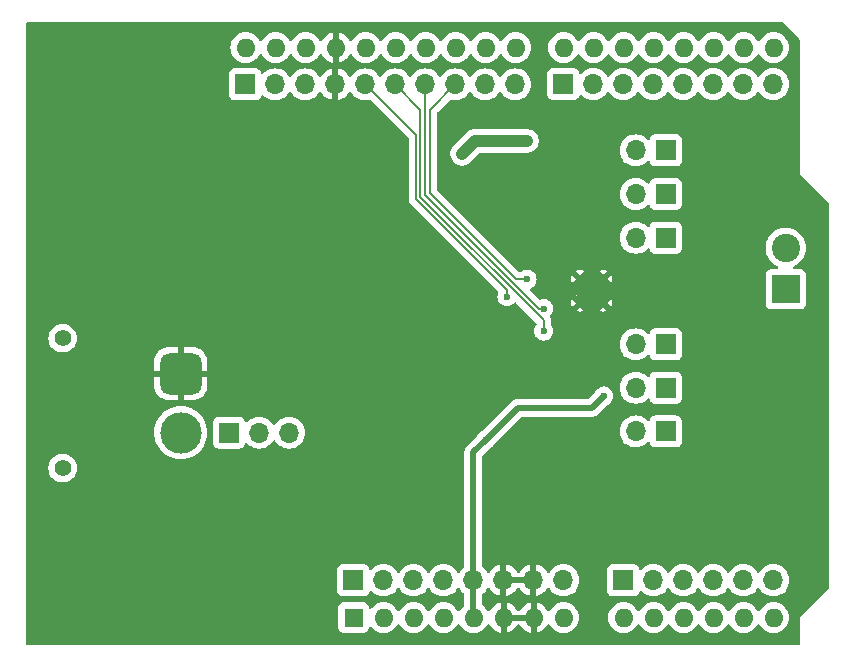
<source format=gbr>
%TF.GenerationSoftware,KiCad,Pcbnew,8.0.6*%
%TF.CreationDate,2024-12-10T20:38:09+01:00*%
%TF.ProjectId,TUSS4470_shield,54555353-3434-4373-905f-736869656c64,rev?*%
%TF.SameCoordinates,Original*%
%TF.FileFunction,Copper,L2,Bot*%
%TF.FilePolarity,Positive*%
%FSLAX46Y46*%
G04 Gerber Fmt 4.6, Leading zero omitted, Abs format (unit mm)*
G04 Created by KiCad (PCBNEW 8.0.6) date 2024-12-10 20:38:09*
%MOMM*%
%LPD*%
G01*
G04 APERTURE LIST*
G04 Aperture macros list*
%AMRoundRect*
0 Rectangle with rounded corners*
0 $1 Rounding radius*
0 $2 $3 $4 $5 $6 $7 $8 $9 X,Y pos of 4 corners*
0 Add a 4 corners polygon primitive as box body*
4,1,4,$2,$3,$4,$5,$6,$7,$8,$9,$2,$3,0*
0 Add four circle primitives for the rounded corners*
1,1,$1+$1,$2,$3*
1,1,$1+$1,$4,$5*
1,1,$1+$1,$6,$7*
1,1,$1+$1,$8,$9*
0 Add four rect primitives between the rounded corners*
20,1,$1+$1,$2,$3,$4,$5,0*
20,1,$1+$1,$4,$5,$6,$7,0*
20,1,$1+$1,$6,$7,$8,$9,0*
20,1,$1+$1,$8,$9,$2,$3,0*%
G04 Aperture macros list end*
%TA.AperFunction,ComponentPad*%
%ADD10R,2.400000X2.400000*%
%TD*%
%TA.AperFunction,ComponentPad*%
%ADD11C,2.400000*%
%TD*%
%TA.AperFunction,HeatsinkPad*%
%ADD12C,0.500000*%
%TD*%
%TA.AperFunction,HeatsinkPad*%
%ADD13R,2.500000X2.500000*%
%TD*%
%TA.AperFunction,ComponentPad*%
%ADD14R,1.700000X1.700000*%
%TD*%
%TA.AperFunction,ComponentPad*%
%ADD15O,1.700000X1.700000*%
%TD*%
%TA.AperFunction,ComponentPad*%
%ADD16C,1.400000*%
%TD*%
%TA.AperFunction,ComponentPad*%
%ADD17RoundRect,0.770000X0.980000X-0.980000X0.980000X0.980000X-0.980000X0.980000X-0.980000X-0.980000X0*%
%TD*%
%TA.AperFunction,ComponentPad*%
%ADD18C,3.500000*%
%TD*%
%TA.AperFunction,ComponentPad*%
%ADD19O,1.600000X1.600000*%
%TD*%
%TA.AperFunction,ComponentPad*%
%ADD20R,1.600000X1.600000*%
%TD*%
%TA.AperFunction,ViaPad*%
%ADD21C,0.600000*%
%TD*%
%TA.AperFunction,Conductor*%
%ADD22C,0.500000*%
%TD*%
%TA.AperFunction,Conductor*%
%ADD23C,0.200000*%
%TD*%
%TA.AperFunction,Conductor*%
%ADD24C,1.000000*%
%TD*%
G04 APERTURE END LIST*
D10*
%TO.P,J2,1,Pin_1*%
%TO.N,Net-(J2-Pin_1)*%
X128900000Y-57350000D03*
D11*
%TO.P,J2,2,Pin_2*%
%TO.N,Net-(J2-Pin_2)*%
X128900000Y-53850000D03*
%TD*%
D12*
%TO.P,U1,21,EXP*%
%TO.N,GND*%
X111462500Y-56500000D03*
X111462500Y-58500000D03*
D13*
X112462500Y-57500000D03*
D12*
X113462500Y-56500000D03*
X113462500Y-58500000D03*
%TD*%
D14*
%TO.P,JP2,1,A*%
%TO.N,Net-(JP2-A)*%
X118740000Y-65700000D03*
D15*
%TO.P,JP2,2,B*%
%TO.N,Net-(JP2-B)*%
X116200000Y-65700000D03*
%TD*%
D14*
%TO.P,JP3,1,A*%
%TO.N,Net-(JP3-A)*%
X118740000Y-49300000D03*
D15*
%TO.P,JP3,2,B*%
%TO.N,Net-(JP1-B)*%
X116200000Y-49300000D03*
%TD*%
D14*
%TO.P,J6,1,Pin_1*%
%TO.N,ADC*%
X115143426Y-82000000D03*
D15*
%TO.P,J6,2,Pin_2*%
%TO.N,Net-(A1-A1)*%
X117683426Y-82000000D03*
%TO.P,J6,3,Pin_3*%
%TO.N,Net-(A1-A2)*%
X120223426Y-82000000D03*
%TO.P,J6,4,Pin_4*%
%TO.N,Net-(A1-A3)*%
X122763426Y-82000000D03*
%TO.P,J6,5,Pin_5*%
%TO.N,Net-(J6-Pin_5)*%
X125303426Y-82000000D03*
%TO.P,J6,6,Pin_6*%
%TO.N,Net-(J6-Pin_6)*%
X127843426Y-82000000D03*
%TD*%
D16*
%TO.P,J1,*%
%TO.N,*%
X67675000Y-72500000D03*
X67675000Y-61500000D03*
D17*
%TO.P,J1,1,Pin_1*%
%TO.N,GND*%
X77675000Y-64500000D03*
D18*
%TO.P,J1,2,Pin_2*%
%TO.N,Net-(J1-Pin_2)*%
X77675000Y-69500000D03*
%TD*%
D14*
%TO.P,JP4,1,A*%
%TO.N,Net-(JP4-A)*%
X118740000Y-69400000D03*
D15*
%TO.P,JP4,2,B*%
%TO.N,Net-(JP2-B)*%
X116200000Y-69400000D03*
%TD*%
D14*
%TO.P,J7,1,Pin_1*%
%TO.N,unconnected-(J7-Pin_1-Pad1)*%
X92292675Y-81999189D03*
D15*
%TO.P,J7,2,Pin_2*%
%TO.N,UREF*%
X94832675Y-81999189D03*
%TO.P,J7,3,Pin_3*%
%TO.N,RESET*%
X97372675Y-81999189D03*
%TO.P,J7,4,Pin_4*%
%TO.N,+3.3V*%
X99912675Y-81999189D03*
%TO.P,J7,5,Pin_5*%
%TO.N,+5V*%
X102452675Y-81999189D03*
%TO.P,J7,6,Pin_6*%
%TO.N,GND*%
X104992675Y-81999189D03*
%TO.P,J7,7,Pin_7*%
X107532675Y-81999189D03*
%TO.P,J7,8,Pin_8*%
%TO.N,Net-(A1-VIN)*%
X110072675Y-81999189D03*
%TD*%
D14*
%TO.P,J5,1,Pin_1*%
%TO.N,Net-(A1-D7)*%
X110062821Y-40000000D03*
D15*
%TO.P,J5,2,Pin_2*%
%TO.N,OUT_3*%
X112602821Y-40000000D03*
%TO.P,J5,3,Pin_3*%
%TO.N,OUT_4*%
X115142821Y-40000000D03*
%TO.P,J5,4,Pin_4*%
%TO.N,Net-(A1-D4)*%
X117682821Y-40000000D03*
%TO.P,J5,5,Pin_5*%
%TO.N,Net-(A1-D3)*%
X120222821Y-40000000D03*
%TO.P,J5,6,Pin_6*%
%TO.N,Net-(A1-D2)*%
X122762821Y-40000000D03*
%TO.P,J5,7,Pin_7*%
%TO.N,Net-(A1-D1{slash}TX)*%
X125302821Y-40000000D03*
%TO.P,J5,8,Pin_8*%
%TO.N,Net-(A1-D0{slash}RX)*%
X127842821Y-40000000D03*
%TD*%
D14*
%TO.P,J3,1,Pin_1*%
%TO.N,Net-(J3-Pin_1)*%
X83137057Y-40008896D03*
D15*
%TO.P,J3,2,Pin_2*%
%TO.N,Net-(J3-Pin_2)*%
X85677057Y-40008896D03*
%TO.P,J3,3,Pin_3*%
%TO.N,Net-(A1-AREF)*%
X88217057Y-40008896D03*
%TO.P,J3,4,Pin_4*%
%TO.N,GND*%
X90757057Y-40008896D03*
%TO.P,J3,5,Pin_5*%
%TO.N,SCLK*%
X93297057Y-40008896D03*
%TO.P,J3,6,Pin_6*%
%TO.N,SDO*%
X95837057Y-40008896D03*
%TO.P,J3,7,Pin_7*%
%TO.N,SDI*%
X98377057Y-40008896D03*
%TO.P,J3,8,Pin_8*%
%TO.N,NCS*%
X100917057Y-40008896D03*
%TO.P,J3,9,Pin_9*%
%TO.N,IO_2*%
X103457057Y-40008896D03*
%TO.P,J3,10,Pin_10*%
%TO.N,IO_1*%
X105997057Y-40008896D03*
%TD*%
D14*
%TO.P,J4,1,Pin_1*%
%TO.N,Net-(J1-Pin_2)*%
X81775000Y-69500000D03*
D15*
%TO.P,J4,2,Pin_2*%
%TO.N,VCC*%
X84315000Y-69500000D03*
%TO.P,J4,3,Pin_3*%
%TO.N,Net-(A1-VIN)*%
X86855000Y-69500000D03*
%TD*%
D14*
%TO.P,JP5,1,A*%
%TO.N,Net-(JP5-A)*%
X118740000Y-53000000D03*
D15*
%TO.P,JP5,2,B*%
%TO.N,Net-(JP1-B)*%
X116200000Y-53000000D03*
%TD*%
D14*
%TO.P,JP1,1,A*%
%TO.N,Net-(JP1-A)*%
X118740000Y-45600000D03*
D15*
%TO.P,JP1,2,B*%
%TO.N,Net-(JP1-B)*%
X116200000Y-45600000D03*
%TD*%
D14*
%TO.P,JP6,1,A*%
%TO.N,Net-(JP6-A)*%
X118740000Y-62025000D03*
D15*
%TO.P,JP6,2,B*%
%TO.N,Net-(JP2-B)*%
X116200000Y-62025000D03*
%TD*%
D19*
%TO.P,A1,32,SCL/A5*%
%TO.N,Net-(J3-Pin_1)*%
X83180000Y-36900000D03*
%TO.P,A1,31,SDA/A4*%
%TO.N,Net-(J3-Pin_2)*%
X85720000Y-36900000D03*
%TO.P,A1,30,AREF*%
%TO.N,Net-(A1-AREF)*%
X88260000Y-36900000D03*
%TO.P,A1,29,GND*%
%TO.N,GND*%
X90800000Y-36900000D03*
%TO.P,A1,28,D13*%
%TO.N,SCLK*%
X93340000Y-36900000D03*
%TO.P,A1,27,D12*%
%TO.N,SDO*%
X95880000Y-36900000D03*
%TO.P,A1,26,D11*%
%TO.N,SDI*%
X98420000Y-36900000D03*
%TO.P,A1,25,D10*%
%TO.N,NCS*%
X100960000Y-36900000D03*
%TO.P,A1,24,D9*%
%TO.N,IO_2*%
X103500000Y-36900000D03*
%TO.P,A1,23,D8*%
%TO.N,IO_1*%
X106040000Y-36900000D03*
%TO.P,A1,22,D7*%
%TO.N,Net-(A1-D7)*%
X110100000Y-36900000D03*
%TO.P,A1,21,D6*%
%TO.N,OUT_3*%
X112640000Y-36900000D03*
%TO.P,A1,20,D5*%
%TO.N,OUT_4*%
X115180000Y-36900000D03*
%TO.P,A1,19,D4*%
%TO.N,Net-(A1-D4)*%
X117720000Y-36900000D03*
%TO.P,A1,18,D3*%
%TO.N,Net-(A1-D3)*%
X120260000Y-36900000D03*
%TO.P,A1,17,D2*%
%TO.N,Net-(A1-D2)*%
X122800000Y-36900000D03*
%TO.P,A1,16,D1/TX*%
%TO.N,Net-(A1-D1{slash}TX)*%
X125340000Y-36900000D03*
%TO.P,A1,15,D0/RX*%
%TO.N,Net-(A1-D0{slash}RX)*%
X127880000Y-36900000D03*
%TO.P,A1,14,SCL/A5*%
%TO.N,Net-(J6-Pin_6)*%
X127880000Y-85160000D03*
%TO.P,A1,13,SDA/A4*%
%TO.N,Net-(J6-Pin_5)*%
X125340000Y-85160000D03*
%TO.P,A1,12,A3*%
%TO.N,Net-(A1-A3)*%
X122800000Y-85160000D03*
%TO.P,A1,11,A2*%
%TO.N,Net-(A1-A2)*%
X120260000Y-85160000D03*
%TO.P,A1,10,A1*%
%TO.N,Net-(A1-A1)*%
X117720000Y-85160000D03*
%TO.P,A1,9,A0*%
%TO.N,ADC*%
X115180000Y-85160000D03*
%TO.P,A1,8,VIN*%
%TO.N,Net-(A1-VIN)*%
X110100000Y-85160000D03*
%TO.P,A1,7,GND*%
%TO.N,GND*%
X107560000Y-85160000D03*
%TO.P,A1,6,GND*%
X105020000Y-85160000D03*
%TO.P,A1,5,+5V*%
%TO.N,+5V*%
X102480000Y-85160000D03*
%TO.P,A1,4,3V3*%
%TO.N,+3.3V*%
X99940000Y-85160000D03*
%TO.P,A1,3,~{RESET}*%
%TO.N,RESET*%
X97400000Y-85160000D03*
%TO.P,A1,2,IOREF*%
%TO.N,UREF*%
X94860000Y-85160000D03*
D20*
%TO.P,A1,1,NC*%
%TO.N,unconnected-(A1-NC-Pad1)*%
X92320000Y-85160000D03*
%TD*%
D21*
%TO.N,GND*%
X73600000Y-78400000D03*
X67000000Y-79400000D03*
X70600000Y-83100000D03*
X81400000Y-85900000D03*
X88000000Y-84500000D03*
%TO.N,+5V*%
X103500000Y-70100000D03*
%TO.N,GND*%
X108500000Y-56300000D03*
X109300000Y-68800000D03*
X85000000Y-79800000D03*
X124400000Y-53900000D03*
X131800000Y-57400000D03*
X118100000Y-67500000D03*
X96400000Y-48200000D03*
X98000000Y-52100000D03*
X74200000Y-63700000D03*
X115000000Y-63900000D03*
X116200000Y-43000000D03*
X82200000Y-66100000D03*
X122900000Y-72300000D03*
X95300000Y-55100000D03*
X128900000Y-75800000D03*
X102600000Y-51300000D03*
X121100000Y-57300000D03*
X108700000Y-66000000D03*
X130400000Y-72300000D03*
X87800000Y-55900000D03*
X104300000Y-66800000D03*
X104800000Y-64000000D03*
X110600000Y-77100000D03*
X124200000Y-74000000D03*
X123900000Y-75800000D03*
X122700000Y-51900000D03*
X77900000Y-60600000D03*
X106700000Y-53200000D03*
X126400000Y-75800000D03*
X110500000Y-46700000D03*
X128900000Y-72300000D03*
X128200000Y-74000000D03*
X121500000Y-59900000D03*
X130400000Y-75800000D03*
X74400000Y-70100000D03*
X125700000Y-74000000D03*
X126600000Y-53900000D03*
X104300000Y-72600000D03*
X114800000Y-60400000D03*
X124300000Y-56800000D03*
X83800000Y-60100000D03*
X84500000Y-73800000D03*
X121000000Y-49000000D03*
X109200000Y-57000000D03*
X123200000Y-74000000D03*
X125400000Y-75800000D03*
X86400000Y-64000000D03*
X131700000Y-53900000D03*
X106000000Y-49800000D03*
X106800000Y-69300000D03*
X106100000Y-46600000D03*
X101100000Y-69300000D03*
X91400000Y-78200000D03*
X108100000Y-51400000D03*
X104000000Y-77100000D03*
X127900000Y-72300000D03*
X100300000Y-44300000D03*
X130700000Y-74000000D03*
X112800000Y-45500000D03*
X81400000Y-64200000D03*
X113200000Y-48800000D03*
X114900000Y-77300000D03*
X121400000Y-43900000D03*
X93200000Y-51000000D03*
X109800000Y-63100000D03*
X113800000Y-68300000D03*
X131400000Y-75800000D03*
X117800000Y-47500000D03*
X102700000Y-47000000D03*
X113700000Y-63900000D03*
X131400000Y-72300000D03*
X126700000Y-56900000D03*
X122700000Y-64200000D03*
X118100000Y-63800000D03*
X122900000Y-75800000D03*
X126700000Y-74000000D03*
X114700000Y-74300000D03*
X112600000Y-69900000D03*
X89800000Y-75900000D03*
X123900000Y-72300000D03*
X129200000Y-74000000D03*
X125400000Y-72300000D03*
X105800000Y-60300000D03*
X91000000Y-59200000D03*
X110800000Y-73900000D03*
X102400000Y-56400000D03*
X86700000Y-67200000D03*
X108000000Y-37600000D03*
X126400000Y-72300000D03*
X100800000Y-49400000D03*
X117800000Y-51100000D03*
X127900000Y-75800000D03*
X102300000Y-43100000D03*
X122700000Y-67900000D03*
X108100000Y-41200000D03*
X100300000Y-73200000D03*
X131700000Y-74000000D03*
X102100000Y-60800000D03*
%TO.N,NCS*%
X107000000Y-56500000D03*
%TO.N,SDO*%
X108400000Y-60900000D03*
%TO.N,SCLK*%
X105300000Y-58000000D03*
%TO.N,+5V*%
X113500000Y-66400000D03*
%TO.N,SDI*%
X108400000Y-59000000D03*
%TO.N,VCC*%
X106400000Y-44800000D03*
X101492893Y-45892893D03*
X101942893Y-45442893D03*
X107000000Y-44800000D03*
%TD*%
D22*
%TO.N,+5V*%
X102440000Y-71160000D02*
X103500000Y-70100000D01*
X103500000Y-70100000D02*
X106200000Y-67400000D01*
D23*
%TO.N,NCS*%
X98780000Y-49214314D02*
X106065686Y-56500000D01*
X98780000Y-42145953D02*
X100917057Y-40008896D01*
X98780000Y-43700000D02*
X98780000Y-42145953D01*
X98780000Y-43700000D02*
X98780000Y-49214314D01*
X106065686Y-56500000D02*
X107000000Y-56500000D01*
%TO.N,SDO*%
X97977057Y-42148896D02*
X95837057Y-40008896D01*
X97977057Y-49542743D02*
X97977057Y-42148896D01*
X108400000Y-60900000D02*
X108400000Y-59965686D01*
X108400000Y-59965686D02*
X97977057Y-49542743D01*
%TO.N,SCLK*%
X105300000Y-57431372D02*
X97577057Y-49708429D01*
X105300000Y-58000000D02*
X105300000Y-57431372D01*
X95644080Y-42355920D02*
X93297057Y-40008896D01*
X97577057Y-44288897D02*
X95644080Y-42355920D01*
X97577057Y-49708429D02*
X97577057Y-44288897D01*
D22*
%TO.N,+5V*%
X102440000Y-85260000D02*
X102440000Y-71160000D01*
X112500000Y-67400000D02*
X113500000Y-66400000D01*
X106200000Y-67400000D02*
X112500000Y-67400000D01*
D23*
%TO.N,SDI*%
X108000000Y-59000000D02*
X108400000Y-59000000D01*
X98377057Y-40008896D02*
X98377057Y-49377057D01*
X98377057Y-49377057D02*
X108000000Y-59000000D01*
D24*
%TO.N,VCC*%
X107000000Y-44800000D02*
X106400000Y-44800000D01*
X106400000Y-44800000D02*
X103500000Y-44800000D01*
X101492893Y-45892893D02*
X102585786Y-44800000D01*
X102585786Y-44800000D02*
X103500000Y-44800000D01*
%TD*%
%TA.AperFunction,Conductor*%
%TO.N,GND*%
G36*
X107094075Y-84967007D02*
G01*
X107060000Y-85094174D01*
X107060000Y-85225826D01*
X107094075Y-85352993D01*
X107126988Y-85410000D01*
X105453012Y-85410000D01*
X105485925Y-85352993D01*
X105520000Y-85225826D01*
X105520000Y-85094174D01*
X105485925Y-84967007D01*
X105453012Y-84910000D01*
X107126988Y-84910000D01*
X107094075Y-84967007D01*
G37*
%TD.AperFunction*%
%TA.AperFunction,Conductor*%
G36*
X107066750Y-81806196D02*
G01*
X107032675Y-81933363D01*
X107032675Y-82065015D01*
X107066750Y-82192182D01*
X107099663Y-82249189D01*
X105425687Y-82249189D01*
X105458600Y-82192182D01*
X105492675Y-82065015D01*
X105492675Y-81933363D01*
X105458600Y-81806196D01*
X105425687Y-81749189D01*
X107099663Y-81749189D01*
X107066750Y-81806196D01*
G37*
%TD.AperFunction*%
%TA.AperFunction,Conductor*%
G36*
X128608363Y-34720185D02*
G01*
X128629005Y-34736819D01*
X130063181Y-36170995D01*
X130096666Y-36232318D01*
X130099500Y-36258676D01*
X130099500Y-47465891D01*
X130133608Y-47593187D01*
X130166554Y-47650250D01*
X130199500Y-47707314D01*
X130199502Y-47707316D01*
X132563181Y-50070995D01*
X132596666Y-50132318D01*
X132599500Y-50158676D01*
X132599500Y-82541324D01*
X132579815Y-82608363D01*
X132563181Y-82629005D01*
X130199502Y-84992683D01*
X130199500Y-84992686D01*
X130133608Y-85106812D01*
X130099500Y-85234108D01*
X130099500Y-87375500D01*
X130079815Y-87442539D01*
X130027011Y-87488294D01*
X129975500Y-87499500D01*
X64724500Y-87499500D01*
X64657461Y-87479815D01*
X64611706Y-87427011D01*
X64600500Y-87375500D01*
X64600500Y-81101324D01*
X90942175Y-81101324D01*
X90942175Y-82897059D01*
X90942176Y-82897065D01*
X90948583Y-82956672D01*
X90998877Y-83091517D01*
X90998881Y-83091524D01*
X91085127Y-83206733D01*
X91085130Y-83206736D01*
X91200339Y-83292982D01*
X91200346Y-83292986D01*
X91335192Y-83343280D01*
X91335191Y-83343280D01*
X91342119Y-83344024D01*
X91394802Y-83349689D01*
X93190547Y-83349688D01*
X93250158Y-83343280D01*
X93385006Y-83292985D01*
X93500221Y-83206735D01*
X93586471Y-83091520D01*
X93635485Y-82960105D01*
X93677356Y-82904173D01*
X93742820Y-82879755D01*
X93811093Y-82894606D01*
X93839348Y-82915758D01*
X93961274Y-83037684D01*
X94039314Y-83092328D01*
X94154840Y-83173221D01*
X94154842Y-83173222D01*
X94154845Y-83173224D01*
X94369012Y-83273092D01*
X94369018Y-83273093D01*
X94369019Y-83273094D01*
X94372046Y-83273905D01*
X94597267Y-83334252D01*
X94773709Y-83349689D01*
X94832674Y-83354848D01*
X94832675Y-83354848D01*
X94832676Y-83354848D01*
X94871909Y-83351415D01*
X95068083Y-83334252D01*
X95296338Y-83273092D01*
X95510505Y-83173224D01*
X95704076Y-83037684D01*
X95871170Y-82870590D01*
X96001100Y-82685031D01*
X96055677Y-82641406D01*
X96125175Y-82634212D01*
X96187530Y-82665735D01*
X96204250Y-82685031D01*
X96334175Y-82870584D01*
X96334180Y-82870590D01*
X96501274Y-83037684D01*
X96579314Y-83092328D01*
X96694840Y-83173221D01*
X96694842Y-83173222D01*
X96694845Y-83173224D01*
X96909012Y-83273092D01*
X96909018Y-83273093D01*
X96909019Y-83273094D01*
X96912046Y-83273905D01*
X97137267Y-83334252D01*
X97313709Y-83349689D01*
X97372674Y-83354848D01*
X97372675Y-83354848D01*
X97372676Y-83354848D01*
X97411909Y-83351415D01*
X97608083Y-83334252D01*
X97836338Y-83273092D01*
X98050505Y-83173224D01*
X98244076Y-83037684D01*
X98411170Y-82870590D01*
X98541100Y-82685031D01*
X98595677Y-82641406D01*
X98665175Y-82634212D01*
X98727530Y-82665735D01*
X98744250Y-82685031D01*
X98874175Y-82870584D01*
X98874180Y-82870590D01*
X99041274Y-83037684D01*
X99119314Y-83092328D01*
X99234840Y-83173221D01*
X99234842Y-83173222D01*
X99234845Y-83173224D01*
X99449012Y-83273092D01*
X99449018Y-83273093D01*
X99449019Y-83273094D01*
X99452046Y-83273905D01*
X99677267Y-83334252D01*
X99853709Y-83349689D01*
X99912674Y-83354848D01*
X99912675Y-83354848D01*
X99912676Y-83354848D01*
X99951909Y-83351415D01*
X100148083Y-83334252D01*
X100376338Y-83273092D01*
X100590505Y-83173224D01*
X100784076Y-83037684D01*
X100951170Y-82870590D01*
X101081100Y-82685031D01*
X101135677Y-82641406D01*
X101205175Y-82634212D01*
X101267530Y-82665735D01*
X101284250Y-82685031D01*
X101414176Y-82870585D01*
X101414181Y-82870591D01*
X101581270Y-83037681D01*
X101581273Y-83037683D01*
X101581274Y-83037684D01*
X101636623Y-83076439D01*
X101680248Y-83131014D01*
X101689500Y-83178014D01*
X101689500Y-84061345D01*
X101669815Y-84128384D01*
X101644004Y-84155272D01*
X101645011Y-84156471D01*
X101640863Y-84159951D01*
X101479951Y-84320862D01*
X101349432Y-84507265D01*
X101349431Y-84507267D01*
X101322382Y-84565275D01*
X101276209Y-84617714D01*
X101209016Y-84636866D01*
X101142135Y-84616650D01*
X101097618Y-84565275D01*
X101070686Y-84507520D01*
X101070568Y-84507266D01*
X100940047Y-84320861D01*
X100940045Y-84320858D01*
X100779141Y-84159954D01*
X100592734Y-84029432D01*
X100592732Y-84029431D01*
X100386497Y-83933261D01*
X100386488Y-83933258D01*
X100166697Y-83874366D01*
X100166693Y-83874365D01*
X100166692Y-83874365D01*
X100166691Y-83874364D01*
X100166686Y-83874364D01*
X99940002Y-83854532D01*
X99939998Y-83854532D01*
X99713313Y-83874364D01*
X99713302Y-83874366D01*
X99493511Y-83933258D01*
X99493502Y-83933261D01*
X99287267Y-84029431D01*
X99287265Y-84029432D01*
X99100858Y-84159954D01*
X98939954Y-84320858D01*
X98809432Y-84507265D01*
X98809431Y-84507267D01*
X98782382Y-84565275D01*
X98736209Y-84617714D01*
X98669016Y-84636866D01*
X98602135Y-84616650D01*
X98557618Y-84565275D01*
X98530686Y-84507520D01*
X98530568Y-84507266D01*
X98400047Y-84320861D01*
X98400045Y-84320858D01*
X98239141Y-84159954D01*
X98052734Y-84029432D01*
X98052732Y-84029431D01*
X97846497Y-83933261D01*
X97846488Y-83933258D01*
X97626697Y-83874366D01*
X97626693Y-83874365D01*
X97626692Y-83874365D01*
X97626691Y-83874364D01*
X97626686Y-83874364D01*
X97400002Y-83854532D01*
X97399998Y-83854532D01*
X97173313Y-83874364D01*
X97173302Y-83874366D01*
X96953511Y-83933258D01*
X96953502Y-83933261D01*
X96747267Y-84029431D01*
X96747265Y-84029432D01*
X96560858Y-84159954D01*
X96399954Y-84320858D01*
X96269432Y-84507265D01*
X96269431Y-84507267D01*
X96242382Y-84565275D01*
X96196209Y-84617714D01*
X96129016Y-84636866D01*
X96062135Y-84616650D01*
X96017618Y-84565275D01*
X95990686Y-84507520D01*
X95990568Y-84507266D01*
X95860047Y-84320861D01*
X95860045Y-84320858D01*
X95699141Y-84159954D01*
X95512734Y-84029432D01*
X95512732Y-84029431D01*
X95306497Y-83933261D01*
X95306488Y-83933258D01*
X95086697Y-83874366D01*
X95086693Y-83874365D01*
X95086692Y-83874365D01*
X95086691Y-83874364D01*
X95086686Y-83874364D01*
X94860002Y-83854532D01*
X94859998Y-83854532D01*
X94633313Y-83874364D01*
X94633302Y-83874366D01*
X94413511Y-83933258D01*
X94413502Y-83933261D01*
X94207267Y-84029431D01*
X94207265Y-84029432D01*
X94020858Y-84159954D01*
X93859954Y-84320858D01*
X93842725Y-84345464D01*
X93788147Y-84389088D01*
X93718648Y-84396280D01*
X93656294Y-84364757D01*
X93620882Y-84304526D01*
X93617861Y-84287591D01*
X93614091Y-84252516D01*
X93563797Y-84117671D01*
X93563793Y-84117664D01*
X93477547Y-84002455D01*
X93477544Y-84002452D01*
X93362335Y-83916206D01*
X93362328Y-83916202D01*
X93227482Y-83865908D01*
X93227483Y-83865908D01*
X93167883Y-83859501D01*
X93167881Y-83859500D01*
X93167873Y-83859500D01*
X93167864Y-83859500D01*
X91472129Y-83859500D01*
X91472123Y-83859501D01*
X91412516Y-83865908D01*
X91277671Y-83916202D01*
X91277664Y-83916206D01*
X91162455Y-84002452D01*
X91162452Y-84002455D01*
X91076206Y-84117664D01*
X91076202Y-84117671D01*
X91025908Y-84252517D01*
X91019501Y-84312116D01*
X91019500Y-84312135D01*
X91019500Y-86007870D01*
X91019501Y-86007876D01*
X91025908Y-86067483D01*
X91076202Y-86202328D01*
X91076206Y-86202335D01*
X91162452Y-86317544D01*
X91162455Y-86317547D01*
X91277664Y-86403793D01*
X91277671Y-86403797D01*
X91412517Y-86454091D01*
X91412516Y-86454091D01*
X91419444Y-86454835D01*
X91472127Y-86460500D01*
X93167872Y-86460499D01*
X93227483Y-86454091D01*
X93362331Y-86403796D01*
X93477546Y-86317546D01*
X93563796Y-86202331D01*
X93614091Y-86067483D01*
X93617862Y-86032401D01*
X93644599Y-85967855D01*
X93701990Y-85928006D01*
X93771816Y-85925511D01*
X93831905Y-85961163D01*
X93842726Y-85974536D01*
X93859956Y-85999143D01*
X94020858Y-86160045D01*
X94020861Y-86160047D01*
X94207266Y-86290568D01*
X94413504Y-86386739D01*
X94633308Y-86445635D01*
X94795230Y-86459801D01*
X94859998Y-86465468D01*
X94860000Y-86465468D01*
X94860002Y-86465468D01*
X94916807Y-86460498D01*
X95086692Y-86445635D01*
X95306496Y-86386739D01*
X95512734Y-86290568D01*
X95699139Y-86160047D01*
X95860047Y-85999139D01*
X95990568Y-85812734D01*
X96017618Y-85754724D01*
X96063790Y-85702285D01*
X96130983Y-85683133D01*
X96197865Y-85703348D01*
X96242382Y-85754725D01*
X96269429Y-85812728D01*
X96269432Y-85812734D01*
X96399954Y-85999141D01*
X96560858Y-86160045D01*
X96560861Y-86160047D01*
X96747266Y-86290568D01*
X96953504Y-86386739D01*
X97173308Y-86445635D01*
X97335230Y-86459801D01*
X97399998Y-86465468D01*
X97400000Y-86465468D01*
X97400002Y-86465468D01*
X97456807Y-86460498D01*
X97626692Y-86445635D01*
X97846496Y-86386739D01*
X98052734Y-86290568D01*
X98239139Y-86160047D01*
X98400047Y-85999139D01*
X98530568Y-85812734D01*
X98557618Y-85754724D01*
X98603790Y-85702285D01*
X98670983Y-85683133D01*
X98737865Y-85703348D01*
X98782382Y-85754725D01*
X98809429Y-85812728D01*
X98809432Y-85812734D01*
X98939954Y-85999141D01*
X99100858Y-86160045D01*
X99100861Y-86160047D01*
X99287266Y-86290568D01*
X99493504Y-86386739D01*
X99713308Y-86445635D01*
X99875230Y-86459801D01*
X99939998Y-86465468D01*
X99940000Y-86465468D01*
X99940002Y-86465468D01*
X99996807Y-86460498D01*
X100166692Y-86445635D01*
X100386496Y-86386739D01*
X100592734Y-86290568D01*
X100779139Y-86160047D01*
X100940047Y-85999139D01*
X101070568Y-85812734D01*
X101097618Y-85754724D01*
X101143790Y-85702285D01*
X101210983Y-85683133D01*
X101277865Y-85703348D01*
X101322382Y-85754725D01*
X101349429Y-85812728D01*
X101349432Y-85812734D01*
X101479954Y-85999141D01*
X101640858Y-86160045D01*
X101640861Y-86160047D01*
X101827266Y-86290568D01*
X102033504Y-86386739D01*
X102253308Y-86445635D01*
X102415230Y-86459801D01*
X102479998Y-86465468D01*
X102480000Y-86465468D01*
X102480002Y-86465468D01*
X102536807Y-86460498D01*
X102706692Y-86445635D01*
X102926496Y-86386739D01*
X103132734Y-86290568D01*
X103319139Y-86160047D01*
X103480047Y-85999139D01*
X103610568Y-85812734D01*
X103637895Y-85754129D01*
X103684064Y-85701695D01*
X103751257Y-85682542D01*
X103818139Y-85702757D01*
X103862657Y-85754133D01*
X103889865Y-85812482D01*
X104020342Y-85998820D01*
X104181179Y-86159657D01*
X104367517Y-86290134D01*
X104573673Y-86386265D01*
X104573682Y-86386269D01*
X104769999Y-86438872D01*
X104770000Y-86438871D01*
X104770000Y-85593012D01*
X104827007Y-85625925D01*
X104954174Y-85660000D01*
X105085826Y-85660000D01*
X105212993Y-85625925D01*
X105270000Y-85593012D01*
X105270000Y-86438872D01*
X105466317Y-86386269D01*
X105466326Y-86386265D01*
X105672482Y-86290134D01*
X105858820Y-86159657D01*
X106019657Y-85998820D01*
X106150134Y-85812481D01*
X106150135Y-85812479D01*
X106177618Y-85753543D01*
X106223790Y-85701103D01*
X106290983Y-85681951D01*
X106357864Y-85702166D01*
X106402382Y-85753543D01*
X106429864Y-85812479D01*
X106429865Y-85812481D01*
X106560342Y-85998820D01*
X106721179Y-86159657D01*
X106907517Y-86290134D01*
X107113673Y-86386265D01*
X107113682Y-86386269D01*
X107309999Y-86438872D01*
X107310000Y-86438871D01*
X107310000Y-85593012D01*
X107367007Y-85625925D01*
X107494174Y-85660000D01*
X107625826Y-85660000D01*
X107752993Y-85625925D01*
X107810000Y-85593012D01*
X107810000Y-86438872D01*
X108006317Y-86386269D01*
X108006326Y-86386265D01*
X108212482Y-86290134D01*
X108398820Y-86159657D01*
X108559657Y-85998820D01*
X108690132Y-85812484D01*
X108717341Y-85754134D01*
X108763513Y-85701695D01*
X108830707Y-85682542D01*
X108897588Y-85702757D01*
X108942106Y-85754133D01*
X108969431Y-85812732D01*
X108969432Y-85812734D01*
X109099954Y-85999141D01*
X109260858Y-86160045D01*
X109260861Y-86160047D01*
X109447266Y-86290568D01*
X109653504Y-86386739D01*
X109873308Y-86445635D01*
X110035230Y-86459801D01*
X110099998Y-86465468D01*
X110100000Y-86465468D01*
X110100002Y-86465468D01*
X110156807Y-86460498D01*
X110326692Y-86445635D01*
X110546496Y-86386739D01*
X110752734Y-86290568D01*
X110939139Y-86160047D01*
X111100047Y-85999139D01*
X111230568Y-85812734D01*
X111326739Y-85606496D01*
X111385635Y-85386692D01*
X111405468Y-85160000D01*
X111405468Y-85159998D01*
X113874532Y-85159998D01*
X113874532Y-85160001D01*
X113894364Y-85386686D01*
X113894366Y-85386697D01*
X113953258Y-85606488D01*
X113953261Y-85606497D01*
X114049431Y-85812732D01*
X114049432Y-85812734D01*
X114179954Y-85999141D01*
X114340858Y-86160045D01*
X114340861Y-86160047D01*
X114527266Y-86290568D01*
X114733504Y-86386739D01*
X114953308Y-86445635D01*
X115115230Y-86459801D01*
X115179998Y-86465468D01*
X115180000Y-86465468D01*
X115180002Y-86465468D01*
X115236807Y-86460498D01*
X115406692Y-86445635D01*
X115626496Y-86386739D01*
X115832734Y-86290568D01*
X116019139Y-86160047D01*
X116180047Y-85999139D01*
X116310568Y-85812734D01*
X116337618Y-85754724D01*
X116383790Y-85702285D01*
X116450983Y-85683133D01*
X116517865Y-85703348D01*
X116562382Y-85754725D01*
X116589429Y-85812728D01*
X116589432Y-85812734D01*
X116719954Y-85999141D01*
X116880858Y-86160045D01*
X116880861Y-86160047D01*
X117067266Y-86290568D01*
X117273504Y-86386739D01*
X117493308Y-86445635D01*
X117655230Y-86459801D01*
X117719998Y-86465468D01*
X117720000Y-86465468D01*
X117720002Y-86465468D01*
X117776807Y-86460498D01*
X117946692Y-86445635D01*
X118166496Y-86386739D01*
X118372734Y-86290568D01*
X118559139Y-86160047D01*
X118720047Y-85999139D01*
X118850568Y-85812734D01*
X118877618Y-85754724D01*
X118923790Y-85702285D01*
X118990983Y-85683133D01*
X119057865Y-85703348D01*
X119102382Y-85754725D01*
X119129429Y-85812728D01*
X119129432Y-85812734D01*
X119259954Y-85999141D01*
X119420858Y-86160045D01*
X119420861Y-86160047D01*
X119607266Y-86290568D01*
X119813504Y-86386739D01*
X120033308Y-86445635D01*
X120195230Y-86459801D01*
X120259998Y-86465468D01*
X120260000Y-86465468D01*
X120260002Y-86465468D01*
X120316807Y-86460498D01*
X120486692Y-86445635D01*
X120706496Y-86386739D01*
X120912734Y-86290568D01*
X121099139Y-86160047D01*
X121260047Y-85999139D01*
X121390568Y-85812734D01*
X121417618Y-85754724D01*
X121463790Y-85702285D01*
X121530983Y-85683133D01*
X121597865Y-85703348D01*
X121642382Y-85754725D01*
X121669429Y-85812728D01*
X121669432Y-85812734D01*
X121799954Y-85999141D01*
X121960858Y-86160045D01*
X121960861Y-86160047D01*
X122147266Y-86290568D01*
X122353504Y-86386739D01*
X122573308Y-86445635D01*
X122735230Y-86459801D01*
X122799998Y-86465468D01*
X122800000Y-86465468D01*
X122800002Y-86465468D01*
X122856807Y-86460498D01*
X123026692Y-86445635D01*
X123246496Y-86386739D01*
X123452734Y-86290568D01*
X123639139Y-86160047D01*
X123800047Y-85999139D01*
X123930568Y-85812734D01*
X123957618Y-85754724D01*
X124003790Y-85702285D01*
X124070983Y-85683133D01*
X124137865Y-85703348D01*
X124182382Y-85754725D01*
X124209429Y-85812728D01*
X124209432Y-85812734D01*
X124339954Y-85999141D01*
X124500858Y-86160045D01*
X124500861Y-86160047D01*
X124687266Y-86290568D01*
X124893504Y-86386739D01*
X125113308Y-86445635D01*
X125275230Y-86459801D01*
X125339998Y-86465468D01*
X125340000Y-86465468D01*
X125340002Y-86465468D01*
X125396807Y-86460498D01*
X125566692Y-86445635D01*
X125786496Y-86386739D01*
X125992734Y-86290568D01*
X126179139Y-86160047D01*
X126340047Y-85999139D01*
X126470568Y-85812734D01*
X126497618Y-85754724D01*
X126543790Y-85702285D01*
X126610983Y-85683133D01*
X126677865Y-85703348D01*
X126722382Y-85754725D01*
X126749429Y-85812728D01*
X126749432Y-85812734D01*
X126879954Y-85999141D01*
X127040858Y-86160045D01*
X127040861Y-86160047D01*
X127227266Y-86290568D01*
X127433504Y-86386739D01*
X127653308Y-86445635D01*
X127815230Y-86459801D01*
X127879998Y-86465468D01*
X127880000Y-86465468D01*
X127880002Y-86465468D01*
X127936807Y-86460498D01*
X128106692Y-86445635D01*
X128326496Y-86386739D01*
X128532734Y-86290568D01*
X128719139Y-86160047D01*
X128880047Y-85999139D01*
X129010568Y-85812734D01*
X129106739Y-85606496D01*
X129165635Y-85386692D01*
X129185468Y-85160000D01*
X129165635Y-84933308D01*
X129106739Y-84713504D01*
X129010568Y-84507266D01*
X128880047Y-84320861D01*
X128880045Y-84320858D01*
X128719141Y-84159954D01*
X128532734Y-84029432D01*
X128532732Y-84029431D01*
X128326497Y-83933261D01*
X128326488Y-83933258D01*
X128106697Y-83874366D01*
X128106693Y-83874365D01*
X128106692Y-83874365D01*
X128106691Y-83874364D01*
X128106686Y-83874364D01*
X127880002Y-83854532D01*
X127879998Y-83854532D01*
X127653313Y-83874364D01*
X127653302Y-83874366D01*
X127433511Y-83933258D01*
X127433502Y-83933261D01*
X127227267Y-84029431D01*
X127227265Y-84029432D01*
X127040858Y-84159954D01*
X126879954Y-84320858D01*
X126749432Y-84507265D01*
X126749431Y-84507267D01*
X126722382Y-84565275D01*
X126676209Y-84617714D01*
X126609016Y-84636866D01*
X126542135Y-84616650D01*
X126497618Y-84565275D01*
X126470686Y-84507520D01*
X126470568Y-84507266D01*
X126340047Y-84320861D01*
X126340045Y-84320858D01*
X126179141Y-84159954D01*
X125992734Y-84029432D01*
X125992732Y-84029431D01*
X125786497Y-83933261D01*
X125786488Y-83933258D01*
X125566697Y-83874366D01*
X125566693Y-83874365D01*
X125566692Y-83874365D01*
X125566691Y-83874364D01*
X125566686Y-83874364D01*
X125340002Y-83854532D01*
X125339998Y-83854532D01*
X125113313Y-83874364D01*
X125113302Y-83874366D01*
X124893511Y-83933258D01*
X124893502Y-83933261D01*
X124687267Y-84029431D01*
X124687265Y-84029432D01*
X124500858Y-84159954D01*
X124339954Y-84320858D01*
X124209432Y-84507265D01*
X124209431Y-84507267D01*
X124182382Y-84565275D01*
X124136209Y-84617714D01*
X124069016Y-84636866D01*
X124002135Y-84616650D01*
X123957618Y-84565275D01*
X123930686Y-84507520D01*
X123930568Y-84507266D01*
X123800047Y-84320861D01*
X123800045Y-84320858D01*
X123639141Y-84159954D01*
X123452734Y-84029432D01*
X123452732Y-84029431D01*
X123246497Y-83933261D01*
X123246488Y-83933258D01*
X123026697Y-83874366D01*
X123026693Y-83874365D01*
X123026692Y-83874365D01*
X123026691Y-83874364D01*
X123026686Y-83874364D01*
X122800002Y-83854532D01*
X122799998Y-83854532D01*
X122573313Y-83874364D01*
X122573302Y-83874366D01*
X122353511Y-83933258D01*
X122353502Y-83933261D01*
X122147267Y-84029431D01*
X122147265Y-84029432D01*
X121960858Y-84159954D01*
X121799954Y-84320858D01*
X121669432Y-84507265D01*
X121669431Y-84507267D01*
X121642382Y-84565275D01*
X121596209Y-84617714D01*
X121529016Y-84636866D01*
X121462135Y-84616650D01*
X121417618Y-84565275D01*
X121390686Y-84507520D01*
X121390568Y-84507266D01*
X121260047Y-84320861D01*
X121260045Y-84320858D01*
X121099141Y-84159954D01*
X120912734Y-84029432D01*
X120912732Y-84029431D01*
X120706497Y-83933261D01*
X120706488Y-83933258D01*
X120486697Y-83874366D01*
X120486693Y-83874365D01*
X120486692Y-83874365D01*
X120486691Y-83874364D01*
X120486686Y-83874364D01*
X120260002Y-83854532D01*
X120259998Y-83854532D01*
X120033313Y-83874364D01*
X120033302Y-83874366D01*
X119813511Y-83933258D01*
X119813502Y-83933261D01*
X119607267Y-84029431D01*
X119607265Y-84029432D01*
X119420858Y-84159954D01*
X119259954Y-84320858D01*
X119129432Y-84507265D01*
X119129431Y-84507267D01*
X119102382Y-84565275D01*
X119056209Y-84617714D01*
X118989016Y-84636866D01*
X118922135Y-84616650D01*
X118877618Y-84565275D01*
X118850686Y-84507520D01*
X118850568Y-84507266D01*
X118720047Y-84320861D01*
X118720045Y-84320858D01*
X118559141Y-84159954D01*
X118372734Y-84029432D01*
X118372732Y-84029431D01*
X118166497Y-83933261D01*
X118166488Y-83933258D01*
X117946697Y-83874366D01*
X117946693Y-83874365D01*
X117946692Y-83874365D01*
X117946691Y-83874364D01*
X117946686Y-83874364D01*
X117720002Y-83854532D01*
X117719998Y-83854532D01*
X117493313Y-83874364D01*
X117493302Y-83874366D01*
X117273511Y-83933258D01*
X117273502Y-83933261D01*
X117067267Y-84029431D01*
X117067265Y-84029432D01*
X116880858Y-84159954D01*
X116719954Y-84320858D01*
X116589432Y-84507265D01*
X116589431Y-84507267D01*
X116562382Y-84565275D01*
X116516209Y-84617714D01*
X116449016Y-84636866D01*
X116382135Y-84616650D01*
X116337618Y-84565275D01*
X116310686Y-84507520D01*
X116310568Y-84507266D01*
X116180047Y-84320861D01*
X116180045Y-84320858D01*
X116019141Y-84159954D01*
X115832734Y-84029432D01*
X115832732Y-84029431D01*
X115626497Y-83933261D01*
X115626488Y-83933258D01*
X115406697Y-83874366D01*
X115406693Y-83874365D01*
X115406692Y-83874365D01*
X115406691Y-83874364D01*
X115406686Y-83874364D01*
X115180002Y-83854532D01*
X115179998Y-83854532D01*
X114953313Y-83874364D01*
X114953302Y-83874366D01*
X114733511Y-83933258D01*
X114733502Y-83933261D01*
X114527267Y-84029431D01*
X114527265Y-84029432D01*
X114340858Y-84159954D01*
X114179954Y-84320858D01*
X114049432Y-84507265D01*
X114049431Y-84507267D01*
X113953261Y-84713502D01*
X113953258Y-84713511D01*
X113894366Y-84933302D01*
X113894364Y-84933313D01*
X113874532Y-85159998D01*
X111405468Y-85159998D01*
X111385635Y-84933308D01*
X111326739Y-84713504D01*
X111230568Y-84507266D01*
X111100047Y-84320861D01*
X111100045Y-84320858D01*
X110939141Y-84159954D01*
X110752734Y-84029432D01*
X110752732Y-84029431D01*
X110546497Y-83933261D01*
X110546488Y-83933258D01*
X110326697Y-83874366D01*
X110326693Y-83874365D01*
X110326692Y-83874365D01*
X110326691Y-83874364D01*
X110326686Y-83874364D01*
X110100002Y-83854532D01*
X110099998Y-83854532D01*
X109873313Y-83874364D01*
X109873302Y-83874366D01*
X109653511Y-83933258D01*
X109653502Y-83933261D01*
X109447267Y-84029431D01*
X109447265Y-84029432D01*
X109260858Y-84159954D01*
X109099954Y-84320858D01*
X108969433Y-84507264D01*
X108969432Y-84507266D01*
X108969315Y-84507518D01*
X108942106Y-84565867D01*
X108895933Y-84618306D01*
X108828739Y-84637457D01*
X108761858Y-84617241D01*
X108717342Y-84565865D01*
X108690135Y-84507520D01*
X108690134Y-84507518D01*
X108559657Y-84321179D01*
X108398820Y-84160342D01*
X108212482Y-84029865D01*
X108006328Y-83933734D01*
X107810000Y-83881127D01*
X107810000Y-84726988D01*
X107752993Y-84694075D01*
X107625826Y-84660000D01*
X107494174Y-84660000D01*
X107367007Y-84694075D01*
X107310000Y-84726988D01*
X107310000Y-83881127D01*
X107113671Y-83933734D01*
X106907517Y-84029865D01*
X106721179Y-84160342D01*
X106560342Y-84321179D01*
X106429865Y-84507517D01*
X106402382Y-84566457D01*
X106356210Y-84618896D01*
X106289016Y-84638048D01*
X106222135Y-84617832D01*
X106177618Y-84566457D01*
X106150134Y-84507517D01*
X106019657Y-84321179D01*
X105858820Y-84160342D01*
X105672482Y-84029865D01*
X105466328Y-83933734D01*
X105270000Y-83881127D01*
X105270000Y-84726988D01*
X105212993Y-84694075D01*
X105085826Y-84660000D01*
X104954174Y-84660000D01*
X104827007Y-84694075D01*
X104770000Y-84726988D01*
X104770000Y-83881127D01*
X104573671Y-83933734D01*
X104367517Y-84029865D01*
X104181179Y-84160342D01*
X104020342Y-84321179D01*
X103889867Y-84507515D01*
X103862657Y-84565867D01*
X103816484Y-84618306D01*
X103749290Y-84637457D01*
X103682409Y-84617241D01*
X103637893Y-84565865D01*
X103610685Y-84507518D01*
X103610568Y-84507266D01*
X103545307Y-84414063D01*
X103480048Y-84320862D01*
X103411702Y-84252516D01*
X103319139Y-84159953D01*
X103243376Y-84106903D01*
X103199751Y-84052326D01*
X103190500Y-84005328D01*
X103190500Y-83195765D01*
X103210185Y-83128726D01*
X103243377Y-83094190D01*
X103246036Y-83092328D01*
X103324076Y-83037684D01*
X103491170Y-82870590D01*
X103621405Y-82684594D01*
X103675982Y-82640970D01*
X103745480Y-82633776D01*
X103807835Y-82665299D01*
X103824554Y-82684594D01*
X103954565Y-82870267D01*
X104121592Y-83037294D01*
X104315096Y-83172789D01*
X104529182Y-83272618D01*
X104529191Y-83272622D01*
X104742675Y-83329823D01*
X104742675Y-82432201D01*
X104799682Y-82465114D01*
X104926849Y-82499189D01*
X105058501Y-82499189D01*
X105185668Y-82465114D01*
X105242675Y-82432201D01*
X105242675Y-83329822D01*
X105456158Y-83272622D01*
X105456167Y-83272618D01*
X105670253Y-83172789D01*
X105863757Y-83037294D01*
X106030780Y-82870271D01*
X106161100Y-82684157D01*
X106215677Y-82640533D01*
X106285176Y-82633340D01*
X106347530Y-82664862D01*
X106364250Y-82684157D01*
X106494569Y-82870271D01*
X106661592Y-83037294D01*
X106855096Y-83172789D01*
X107069182Y-83272618D01*
X107069191Y-83272622D01*
X107282675Y-83329823D01*
X107282675Y-82432201D01*
X107339682Y-82465114D01*
X107466849Y-82499189D01*
X107598501Y-82499189D01*
X107725668Y-82465114D01*
X107782675Y-82432201D01*
X107782675Y-83329822D01*
X107996158Y-83272622D01*
X107996167Y-83272618D01*
X108210253Y-83172789D01*
X108403757Y-83037294D01*
X108570780Y-82870271D01*
X108700794Y-82684594D01*
X108755371Y-82640970D01*
X108824870Y-82633777D01*
X108887224Y-82665299D01*
X108903944Y-82684594D01*
X109034180Y-82870590D01*
X109201274Y-83037684D01*
X109279314Y-83092328D01*
X109394840Y-83173221D01*
X109394842Y-83173222D01*
X109394845Y-83173224D01*
X109609012Y-83273092D01*
X109609018Y-83273093D01*
X109609019Y-83273094D01*
X109612046Y-83273905D01*
X109837267Y-83334252D01*
X110013709Y-83349689D01*
X110072674Y-83354848D01*
X110072675Y-83354848D01*
X110072676Y-83354848D01*
X110111909Y-83351415D01*
X110308083Y-83334252D01*
X110536338Y-83273092D01*
X110750505Y-83173224D01*
X110944076Y-83037684D01*
X111111170Y-82870590D01*
X111246710Y-82677019D01*
X111346578Y-82462852D01*
X111407738Y-82234597D01*
X111428334Y-81999189D01*
X111407738Y-81763781D01*
X111346578Y-81535526D01*
X111246710Y-81321360D01*
X111241668Y-81314158D01*
X111111169Y-81127786D01*
X111085518Y-81102135D01*
X113792926Y-81102135D01*
X113792926Y-82897870D01*
X113792927Y-82897876D01*
X113799334Y-82957483D01*
X113849628Y-83092328D01*
X113849632Y-83092335D01*
X113935878Y-83207544D01*
X113935881Y-83207547D01*
X114051090Y-83293793D01*
X114051097Y-83293797D01*
X114185943Y-83344091D01*
X114185942Y-83344091D01*
X114192870Y-83344835D01*
X114245553Y-83350500D01*
X116041298Y-83350499D01*
X116100909Y-83344091D01*
X116235757Y-83293796D01*
X116350972Y-83207546D01*
X116437222Y-83092331D01*
X116486236Y-82960916D01*
X116528107Y-82904984D01*
X116593571Y-82880566D01*
X116661844Y-82895417D01*
X116690099Y-82916569D01*
X116812025Y-83038495D01*
X116891566Y-83094190D01*
X117005591Y-83174032D01*
X117005593Y-83174033D01*
X117005596Y-83174035D01*
X117219763Y-83273903D01*
X117448018Y-83335063D01*
X117624460Y-83350500D01*
X117683425Y-83355659D01*
X117683426Y-83355659D01*
X117683427Y-83355659D01*
X117742392Y-83350500D01*
X117918834Y-83335063D01*
X118147089Y-83273903D01*
X118361256Y-83174035D01*
X118554827Y-83038495D01*
X118721921Y-82871401D01*
X118851851Y-82685842D01*
X118906428Y-82642217D01*
X118975926Y-82635023D01*
X119038281Y-82666546D01*
X119055001Y-82685842D01*
X119184926Y-82871395D01*
X119184931Y-82871401D01*
X119352025Y-83038495D01*
X119431566Y-83094190D01*
X119545591Y-83174032D01*
X119545593Y-83174033D01*
X119545596Y-83174035D01*
X119759763Y-83273903D01*
X119988018Y-83335063D01*
X120164460Y-83350500D01*
X120223425Y-83355659D01*
X120223426Y-83355659D01*
X120223427Y-83355659D01*
X120282392Y-83350500D01*
X120458834Y-83335063D01*
X120687089Y-83273903D01*
X120901256Y-83174035D01*
X121094827Y-83038495D01*
X121261921Y-82871401D01*
X121391851Y-82685842D01*
X121446428Y-82642217D01*
X121515926Y-82635023D01*
X121578281Y-82666546D01*
X121595001Y-82685842D01*
X121724926Y-82871395D01*
X121724931Y-82871401D01*
X121892025Y-83038495D01*
X121971566Y-83094190D01*
X122085591Y-83174032D01*
X122085593Y-83174033D01*
X122085596Y-83174035D01*
X122299763Y-83273903D01*
X122528018Y-83335063D01*
X122704460Y-83350500D01*
X122763425Y-83355659D01*
X122763426Y-83355659D01*
X122763427Y-83355659D01*
X122822392Y-83350500D01*
X122998834Y-83335063D01*
X123227089Y-83273903D01*
X123441256Y-83174035D01*
X123634827Y-83038495D01*
X123801921Y-82871401D01*
X123931851Y-82685842D01*
X123986428Y-82642217D01*
X124055926Y-82635023D01*
X124118281Y-82666546D01*
X124135001Y-82685842D01*
X124264926Y-82871395D01*
X124264931Y-82871401D01*
X124432025Y-83038495D01*
X124511566Y-83094190D01*
X124625591Y-83174032D01*
X124625593Y-83174033D01*
X124625596Y-83174035D01*
X124839763Y-83273903D01*
X125068018Y-83335063D01*
X125244460Y-83350500D01*
X125303425Y-83355659D01*
X125303426Y-83355659D01*
X125303427Y-83355659D01*
X125362392Y-83350500D01*
X125538834Y-83335063D01*
X125767089Y-83273903D01*
X125981256Y-83174035D01*
X126174827Y-83038495D01*
X126341921Y-82871401D01*
X126471851Y-82685842D01*
X126526428Y-82642217D01*
X126595926Y-82635023D01*
X126658281Y-82666546D01*
X126675001Y-82685842D01*
X126804926Y-82871395D01*
X126804931Y-82871401D01*
X126972025Y-83038495D01*
X127051566Y-83094190D01*
X127165591Y-83174032D01*
X127165593Y-83174033D01*
X127165596Y-83174035D01*
X127379763Y-83273903D01*
X127608018Y-83335063D01*
X127784460Y-83350500D01*
X127843425Y-83355659D01*
X127843426Y-83355659D01*
X127843427Y-83355659D01*
X127902392Y-83350500D01*
X128078834Y-83335063D01*
X128307089Y-83273903D01*
X128521256Y-83174035D01*
X128714827Y-83038495D01*
X128881921Y-82871401D01*
X129017461Y-82677830D01*
X129117329Y-82463663D01*
X129178489Y-82235408D01*
X129199085Y-82000000D01*
X129178489Y-81764592D01*
X129117329Y-81536337D01*
X129017461Y-81322171D01*
X129016894Y-81321360D01*
X128881920Y-81128597D01*
X128714828Y-80961506D01*
X128714821Y-80961501D01*
X128713668Y-80960694D01*
X128637944Y-80907671D01*
X128521260Y-80825967D01*
X128521256Y-80825965D01*
X128471175Y-80802612D01*
X128307089Y-80726097D01*
X128307085Y-80726096D01*
X128307081Y-80726094D01*
X128078839Y-80664938D01*
X128078829Y-80664936D01*
X127843427Y-80644341D01*
X127843425Y-80644341D01*
X127608022Y-80664936D01*
X127608012Y-80664938D01*
X127379770Y-80726094D01*
X127379761Y-80726098D01*
X127165597Y-80825964D01*
X127165595Y-80825965D01*
X126972023Y-80961505D01*
X126804931Y-81128597D01*
X126675001Y-81314158D01*
X126620424Y-81357783D01*
X126550926Y-81364977D01*
X126488571Y-81333454D01*
X126471851Y-81314158D01*
X126341920Y-81128597D01*
X126174828Y-80961506D01*
X126174821Y-80961501D01*
X126173668Y-80960694D01*
X126097944Y-80907671D01*
X125981260Y-80825967D01*
X125981256Y-80825965D01*
X125931175Y-80802612D01*
X125767089Y-80726097D01*
X125767085Y-80726096D01*
X125767081Y-80726094D01*
X125538839Y-80664938D01*
X125538829Y-80664936D01*
X125303427Y-80644341D01*
X125303425Y-80644341D01*
X125068022Y-80664936D01*
X125068012Y-80664938D01*
X124839770Y-80726094D01*
X124839761Y-80726098D01*
X124625597Y-80825964D01*
X124625595Y-80825965D01*
X124432023Y-80961505D01*
X124264931Y-81128597D01*
X124135001Y-81314158D01*
X124080424Y-81357783D01*
X124010926Y-81364977D01*
X123948571Y-81333454D01*
X123931851Y-81314158D01*
X123801920Y-81128597D01*
X123634828Y-80961506D01*
X123634821Y-80961501D01*
X123633668Y-80960694D01*
X123557944Y-80907671D01*
X123441260Y-80825967D01*
X123441256Y-80825965D01*
X123391175Y-80802612D01*
X123227089Y-80726097D01*
X123227085Y-80726096D01*
X123227081Y-80726094D01*
X122998839Y-80664938D01*
X122998829Y-80664936D01*
X122763427Y-80644341D01*
X122763425Y-80644341D01*
X122528022Y-80664936D01*
X122528012Y-80664938D01*
X122299770Y-80726094D01*
X122299761Y-80726098D01*
X122085597Y-80825964D01*
X122085595Y-80825965D01*
X121892023Y-80961505D01*
X121724931Y-81128597D01*
X121595001Y-81314158D01*
X121540424Y-81357783D01*
X121470926Y-81364977D01*
X121408571Y-81333454D01*
X121391851Y-81314158D01*
X121261920Y-81128597D01*
X121094828Y-80961506D01*
X121094821Y-80961501D01*
X121093668Y-80960694D01*
X121017944Y-80907671D01*
X120901260Y-80825967D01*
X120901256Y-80825965D01*
X120851175Y-80802612D01*
X120687089Y-80726097D01*
X120687085Y-80726096D01*
X120687081Y-80726094D01*
X120458839Y-80664938D01*
X120458829Y-80664936D01*
X120223427Y-80644341D01*
X120223425Y-80644341D01*
X119988022Y-80664936D01*
X119988012Y-80664938D01*
X119759770Y-80726094D01*
X119759761Y-80726098D01*
X119545597Y-80825964D01*
X119545595Y-80825965D01*
X119352023Y-80961505D01*
X119184931Y-81128597D01*
X119055001Y-81314158D01*
X119000424Y-81357783D01*
X118930926Y-81364977D01*
X118868571Y-81333454D01*
X118851851Y-81314158D01*
X118721920Y-81128597D01*
X118554828Y-80961506D01*
X118554821Y-80961501D01*
X118553668Y-80960694D01*
X118477944Y-80907671D01*
X118361260Y-80825967D01*
X118361256Y-80825965D01*
X118311175Y-80802612D01*
X118147089Y-80726097D01*
X118147085Y-80726096D01*
X118147081Y-80726094D01*
X117918839Y-80664938D01*
X117918829Y-80664936D01*
X117683427Y-80644341D01*
X117683425Y-80644341D01*
X117448022Y-80664936D01*
X117448012Y-80664938D01*
X117219770Y-80726094D01*
X117219761Y-80726098D01*
X117005597Y-80825964D01*
X117005595Y-80825965D01*
X116812026Y-80961503D01*
X116690099Y-81083430D01*
X116628776Y-81116914D01*
X116559084Y-81111930D01*
X116503151Y-81070058D01*
X116486236Y-81039081D01*
X116437223Y-80907671D01*
X116437219Y-80907664D01*
X116350973Y-80792455D01*
X116350970Y-80792452D01*
X116235761Y-80706206D01*
X116235754Y-80706202D01*
X116100908Y-80655908D01*
X116100909Y-80655908D01*
X116041309Y-80649501D01*
X116041307Y-80649500D01*
X116041299Y-80649500D01*
X116041290Y-80649500D01*
X114245555Y-80649500D01*
X114245549Y-80649501D01*
X114185942Y-80655908D01*
X114051097Y-80706202D01*
X114051090Y-80706206D01*
X113935881Y-80792452D01*
X113935878Y-80792455D01*
X113849632Y-80907664D01*
X113849628Y-80907671D01*
X113799334Y-81042517D01*
X113792927Y-81102116D01*
X113792926Y-81102135D01*
X111085518Y-81102135D01*
X110944077Y-80960695D01*
X110944070Y-80960690D01*
X110750509Y-80825156D01*
X110750505Y-80825154D01*
X110750503Y-80825153D01*
X110536338Y-80725286D01*
X110536334Y-80725285D01*
X110536330Y-80725283D01*
X110308088Y-80664127D01*
X110308078Y-80664125D01*
X110072676Y-80643530D01*
X110072674Y-80643530D01*
X109837271Y-80664125D01*
X109837261Y-80664127D01*
X109609019Y-80725283D01*
X109609010Y-80725287D01*
X109394846Y-80825153D01*
X109394844Y-80825154D01*
X109201272Y-80960694D01*
X109034183Y-81127783D01*
X108903944Y-81313784D01*
X108849367Y-81357408D01*
X108779868Y-81364601D01*
X108717514Y-81333079D01*
X108700794Y-81313783D01*
X108570788Y-81128115D01*
X108570783Y-81128109D01*
X108403757Y-80961083D01*
X108210253Y-80825588D01*
X107996167Y-80725759D01*
X107996161Y-80725756D01*
X107782675Y-80668553D01*
X107782675Y-81566177D01*
X107725668Y-81533264D01*
X107598501Y-81499189D01*
X107466849Y-81499189D01*
X107339682Y-81533264D01*
X107282675Y-81566177D01*
X107282675Y-80668553D01*
X107282674Y-80668553D01*
X107069188Y-80725756D01*
X107069182Y-80725759D01*
X106855097Y-80825588D01*
X106855095Y-80825589D01*
X106661601Y-80961075D01*
X106661595Y-80961080D01*
X106494566Y-81128109D01*
X106494565Y-81128111D01*
X106364250Y-81314220D01*
X106309673Y-81357844D01*
X106240174Y-81365037D01*
X106177820Y-81333515D01*
X106161100Y-81314220D01*
X106030784Y-81128111D01*
X106030783Y-81128109D01*
X105863757Y-80961083D01*
X105670253Y-80825588D01*
X105456167Y-80725759D01*
X105456161Y-80725756D01*
X105242675Y-80668553D01*
X105242675Y-81566177D01*
X105185668Y-81533264D01*
X105058501Y-81499189D01*
X104926849Y-81499189D01*
X104799682Y-81533264D01*
X104742675Y-81566177D01*
X104742675Y-80668553D01*
X104742674Y-80668553D01*
X104529188Y-80725756D01*
X104529182Y-80725759D01*
X104315097Y-80825588D01*
X104315095Y-80825589D01*
X104121601Y-80961075D01*
X104121595Y-80961080D01*
X103954566Y-81128109D01*
X103954565Y-81128111D01*
X103824555Y-81313784D01*
X103769978Y-81357408D01*
X103700479Y-81364601D01*
X103638125Y-81333079D01*
X103621405Y-81313783D01*
X103491169Y-81127786D01*
X103324079Y-80960697D01*
X103324077Y-80960695D01*
X103324076Y-80960694D01*
X103324071Y-80960690D01*
X103324068Y-80960688D01*
X103243376Y-80904186D01*
X103199751Y-80849609D01*
X103190500Y-80802612D01*
X103190500Y-71522228D01*
X103210185Y-71455189D01*
X103226815Y-71434551D01*
X103808059Y-70853306D01*
X103844132Y-70830657D01*
X103843244Y-70828813D01*
X103849515Y-70825792D01*
X103849516Y-70825790D01*
X103849522Y-70825789D01*
X104002262Y-70729816D01*
X104129816Y-70602262D01*
X104225789Y-70449522D01*
X104225792Y-70449510D01*
X104228810Y-70443248D01*
X104230650Y-70444134D01*
X104253305Y-70408061D01*
X105261367Y-69399999D01*
X114844341Y-69399999D01*
X114844341Y-69400000D01*
X114864936Y-69635403D01*
X114864938Y-69635413D01*
X114926094Y-69863655D01*
X114926096Y-69863659D01*
X114926097Y-69863663D01*
X115010499Y-70044663D01*
X115025965Y-70077830D01*
X115025967Y-70077834D01*
X115101596Y-70185842D01*
X115161505Y-70271401D01*
X115328599Y-70438495D01*
X115425384Y-70506265D01*
X115522165Y-70574032D01*
X115522167Y-70574033D01*
X115522170Y-70574035D01*
X115736337Y-70673903D01*
X115736343Y-70673904D01*
X115736344Y-70673905D01*
X115764999Y-70681583D01*
X115964592Y-70735063D01*
X116141034Y-70750500D01*
X116199999Y-70755659D01*
X116200000Y-70755659D01*
X116200001Y-70755659D01*
X116258966Y-70750500D01*
X116435408Y-70735063D01*
X116663663Y-70673903D01*
X116877830Y-70574035D01*
X117071401Y-70438495D01*
X117193329Y-70316566D01*
X117254648Y-70283084D01*
X117324340Y-70288068D01*
X117380274Y-70329939D01*
X117397189Y-70360917D01*
X117446202Y-70492328D01*
X117446206Y-70492335D01*
X117532452Y-70607544D01*
X117532455Y-70607547D01*
X117647664Y-70693793D01*
X117647671Y-70693797D01*
X117782517Y-70744091D01*
X117782516Y-70744091D01*
X117789444Y-70744835D01*
X117842127Y-70750500D01*
X119637872Y-70750499D01*
X119697483Y-70744091D01*
X119832331Y-70693796D01*
X119947546Y-70607546D01*
X120033796Y-70492331D01*
X120084091Y-70357483D01*
X120090500Y-70297873D01*
X120090499Y-68502128D01*
X120084091Y-68442517D01*
X120082810Y-68439083D01*
X120033797Y-68307671D01*
X120033793Y-68307664D01*
X119947547Y-68192455D01*
X119947544Y-68192452D01*
X119832335Y-68106206D01*
X119832328Y-68106202D01*
X119697482Y-68055908D01*
X119697483Y-68055908D01*
X119637883Y-68049501D01*
X119637881Y-68049500D01*
X119637873Y-68049500D01*
X119637864Y-68049500D01*
X117842129Y-68049500D01*
X117842123Y-68049501D01*
X117782516Y-68055908D01*
X117647671Y-68106202D01*
X117647664Y-68106206D01*
X117532455Y-68192452D01*
X117532452Y-68192455D01*
X117446206Y-68307664D01*
X117446203Y-68307669D01*
X117397189Y-68439083D01*
X117355317Y-68495016D01*
X117289853Y-68519433D01*
X117221580Y-68504581D01*
X117193326Y-68483430D01*
X117071402Y-68361506D01*
X117071395Y-68361501D01*
X116877834Y-68225967D01*
X116877830Y-68225965D01*
X116835457Y-68206206D01*
X116663663Y-68126097D01*
X116663659Y-68126096D01*
X116663655Y-68126094D01*
X116435413Y-68064938D01*
X116435403Y-68064936D01*
X116200001Y-68044341D01*
X116199999Y-68044341D01*
X115964596Y-68064936D01*
X115964586Y-68064938D01*
X115736344Y-68126094D01*
X115736335Y-68126098D01*
X115522171Y-68225964D01*
X115522169Y-68225965D01*
X115328597Y-68361505D01*
X115161505Y-68528597D01*
X115025965Y-68722169D01*
X115025964Y-68722171D01*
X114926098Y-68936335D01*
X114926094Y-68936344D01*
X114864938Y-69164586D01*
X114864936Y-69164596D01*
X114844341Y-69399999D01*
X105261367Y-69399999D01*
X106474548Y-68186819D01*
X106535871Y-68153334D01*
X106562229Y-68150500D01*
X112573920Y-68150500D01*
X112696612Y-68126094D01*
X112718913Y-68121658D01*
X112855495Y-68065084D01*
X112904729Y-68032186D01*
X112978416Y-67982952D01*
X113808059Y-67153306D01*
X113844132Y-67130657D01*
X113843244Y-67128813D01*
X113849515Y-67125792D01*
X113849516Y-67125790D01*
X113849522Y-67125789D01*
X114002262Y-67029816D01*
X114129816Y-66902262D01*
X114225789Y-66749522D01*
X114285368Y-66579255D01*
X114286254Y-66571395D01*
X114305565Y-66400003D01*
X114305565Y-66399996D01*
X114285369Y-66220750D01*
X114285368Y-66220745D01*
X114227986Y-66056758D01*
X114225789Y-66050478D01*
X114129816Y-65897738D01*
X114002262Y-65770184D01*
X113890564Y-65699999D01*
X114844341Y-65699999D01*
X114844341Y-65700000D01*
X114864936Y-65935403D01*
X114864938Y-65935413D01*
X114926094Y-66163655D01*
X114926096Y-66163659D01*
X114926097Y-66163663D01*
X114988368Y-66297203D01*
X115025965Y-66377830D01*
X115025967Y-66377834D01*
X115082694Y-66458848D01*
X115161505Y-66571401D01*
X115328599Y-66738495D01*
X115425384Y-66806265D01*
X115522165Y-66874032D01*
X115522167Y-66874033D01*
X115522170Y-66874035D01*
X115736337Y-66973903D01*
X115964592Y-67035063D01*
X116141034Y-67050500D01*
X116199999Y-67055659D01*
X116200000Y-67055659D01*
X116200001Y-67055659D01*
X116258966Y-67050500D01*
X116435408Y-67035063D01*
X116663663Y-66973903D01*
X116877830Y-66874035D01*
X117071401Y-66738495D01*
X117193329Y-66616566D01*
X117254648Y-66583084D01*
X117324340Y-66588068D01*
X117380274Y-66629939D01*
X117397189Y-66660917D01*
X117446202Y-66792328D01*
X117446206Y-66792335D01*
X117532452Y-66907544D01*
X117532455Y-66907547D01*
X117647664Y-66993793D01*
X117647671Y-66993797D01*
X117782517Y-67044091D01*
X117782516Y-67044091D01*
X117789444Y-67044835D01*
X117842127Y-67050500D01*
X119637872Y-67050499D01*
X119697483Y-67044091D01*
X119832331Y-66993796D01*
X119947546Y-66907546D01*
X120033796Y-66792331D01*
X120084091Y-66657483D01*
X120090500Y-66597873D01*
X120090499Y-64802128D01*
X120084091Y-64742517D01*
X120082810Y-64739083D01*
X120033797Y-64607671D01*
X120033793Y-64607664D01*
X119947547Y-64492455D01*
X119947544Y-64492452D01*
X119832335Y-64406206D01*
X119832328Y-64406202D01*
X119697482Y-64355908D01*
X119697483Y-64355908D01*
X119637883Y-64349501D01*
X119637881Y-64349500D01*
X119637873Y-64349500D01*
X119637864Y-64349500D01*
X117842129Y-64349500D01*
X117842123Y-64349501D01*
X117782516Y-64355908D01*
X117647671Y-64406202D01*
X117647664Y-64406206D01*
X117532455Y-64492452D01*
X117532452Y-64492455D01*
X117446206Y-64607664D01*
X117446203Y-64607669D01*
X117397189Y-64739083D01*
X117355317Y-64795016D01*
X117289853Y-64819433D01*
X117221580Y-64804581D01*
X117193326Y-64783430D01*
X117071402Y-64661506D01*
X117071395Y-64661501D01*
X116877834Y-64525967D01*
X116877830Y-64525965D01*
X116877828Y-64525964D01*
X116663663Y-64426097D01*
X116663659Y-64426096D01*
X116663655Y-64426094D01*
X116435413Y-64364938D01*
X116435403Y-64364936D01*
X116200001Y-64344341D01*
X116199999Y-64344341D01*
X115964596Y-64364936D01*
X115964586Y-64364938D01*
X115736344Y-64426094D01*
X115736335Y-64426098D01*
X115522171Y-64525964D01*
X115522169Y-64525965D01*
X115328597Y-64661505D01*
X115161505Y-64828597D01*
X115025965Y-65022169D01*
X115025964Y-65022171D01*
X114926098Y-65236335D01*
X114926094Y-65236344D01*
X114864938Y-65464586D01*
X114864936Y-65464596D01*
X114844341Y-65699999D01*
X113890564Y-65699999D01*
X113849523Y-65674211D01*
X113679254Y-65614631D01*
X113679249Y-65614630D01*
X113500004Y-65594435D01*
X113499996Y-65594435D01*
X113320750Y-65614630D01*
X113320745Y-65614631D01*
X113150476Y-65674211D01*
X112997737Y-65770184D01*
X112870184Y-65897737D01*
X112774208Y-66050483D01*
X112771186Y-66056758D01*
X112769361Y-66055878D01*
X112746692Y-66091939D01*
X112225451Y-66613181D01*
X112164128Y-66646666D01*
X112137770Y-66649500D01*
X106126076Y-66649500D01*
X106097242Y-66655234D01*
X106097243Y-66655235D01*
X105981093Y-66678339D01*
X105981089Y-66678340D01*
X105917880Y-66704523D01*
X105844506Y-66734915D01*
X105844504Y-66734916D01*
X105822644Y-66749521D01*
X105822645Y-66749522D01*
X105721582Y-66817049D01*
X105721579Y-66817052D01*
X103191937Y-69346693D01*
X103155873Y-69369370D01*
X103156750Y-69371191D01*
X103150475Y-69374212D01*
X102997737Y-69470184D01*
X102870184Y-69597737D01*
X102774208Y-69750483D01*
X102771186Y-69756758D01*
X102769361Y-69755878D01*
X102746692Y-69791939D01*
X101857048Y-70681583D01*
X101839703Y-70707544D01*
X101817630Y-70740579D01*
X101774919Y-70804499D01*
X101774912Y-70804511D01*
X101718343Y-70941082D01*
X101718340Y-70941092D01*
X101689500Y-71086079D01*
X101689500Y-80820362D01*
X101669815Y-80887401D01*
X101636626Y-80921935D01*
X101581272Y-80960695D01*
X101414180Y-81127786D01*
X101284250Y-81313347D01*
X101229673Y-81356972D01*
X101160175Y-81364166D01*
X101097820Y-81332643D01*
X101081100Y-81313347D01*
X100951169Y-81127786D01*
X100784077Y-80960695D01*
X100784070Y-80960690D01*
X100590509Y-80825156D01*
X100590505Y-80825154D01*
X100590503Y-80825153D01*
X100376338Y-80725286D01*
X100376334Y-80725285D01*
X100376330Y-80725283D01*
X100148088Y-80664127D01*
X100148078Y-80664125D01*
X99912676Y-80643530D01*
X99912674Y-80643530D01*
X99677271Y-80664125D01*
X99677261Y-80664127D01*
X99449019Y-80725283D01*
X99449010Y-80725287D01*
X99234846Y-80825153D01*
X99234844Y-80825154D01*
X99041272Y-80960694D01*
X98874180Y-81127786D01*
X98744250Y-81313347D01*
X98689673Y-81356972D01*
X98620175Y-81364166D01*
X98557820Y-81332643D01*
X98541100Y-81313347D01*
X98411169Y-81127786D01*
X98244077Y-80960695D01*
X98244070Y-80960690D01*
X98050509Y-80825156D01*
X98050505Y-80825154D01*
X98050503Y-80825153D01*
X97836338Y-80725286D01*
X97836334Y-80725285D01*
X97836330Y-80725283D01*
X97608088Y-80664127D01*
X97608078Y-80664125D01*
X97372676Y-80643530D01*
X97372674Y-80643530D01*
X97137271Y-80664125D01*
X97137261Y-80664127D01*
X96909019Y-80725283D01*
X96909010Y-80725287D01*
X96694846Y-80825153D01*
X96694844Y-80825154D01*
X96501272Y-80960694D01*
X96334180Y-81127786D01*
X96204250Y-81313347D01*
X96149673Y-81356972D01*
X96080175Y-81364166D01*
X96017820Y-81332643D01*
X96001100Y-81313347D01*
X95871169Y-81127786D01*
X95704077Y-80960695D01*
X95704070Y-80960690D01*
X95510509Y-80825156D01*
X95510505Y-80825154D01*
X95510503Y-80825153D01*
X95296338Y-80725286D01*
X95296334Y-80725285D01*
X95296330Y-80725283D01*
X95068088Y-80664127D01*
X95068078Y-80664125D01*
X94832676Y-80643530D01*
X94832674Y-80643530D01*
X94597271Y-80664125D01*
X94597261Y-80664127D01*
X94369019Y-80725283D01*
X94369010Y-80725287D01*
X94154846Y-80825153D01*
X94154844Y-80825154D01*
X93961275Y-80960692D01*
X93839348Y-81082619D01*
X93778025Y-81116103D01*
X93708333Y-81111119D01*
X93652400Y-81069247D01*
X93635485Y-81038270D01*
X93586472Y-80906860D01*
X93586468Y-80906853D01*
X93500222Y-80791644D01*
X93500219Y-80791641D01*
X93385010Y-80705395D01*
X93385003Y-80705391D01*
X93250157Y-80655097D01*
X93250158Y-80655097D01*
X93190558Y-80648690D01*
X93190556Y-80648689D01*
X93190548Y-80648689D01*
X93190539Y-80648689D01*
X91394804Y-80648689D01*
X91394798Y-80648690D01*
X91335191Y-80655097D01*
X91200346Y-80705391D01*
X91200339Y-80705395D01*
X91085130Y-80791641D01*
X91085127Y-80791644D01*
X90998881Y-80906853D01*
X90998877Y-80906860D01*
X90948583Y-81041706D01*
X90942176Y-81101305D01*
X90942175Y-81101324D01*
X64600500Y-81101324D01*
X64600500Y-72499999D01*
X66469357Y-72499999D01*
X66469357Y-72500000D01*
X66489884Y-72721535D01*
X66489885Y-72721537D01*
X66550769Y-72935523D01*
X66550775Y-72935538D01*
X66649938Y-73134683D01*
X66649943Y-73134691D01*
X66784020Y-73312238D01*
X66948437Y-73462123D01*
X66948439Y-73462125D01*
X67137595Y-73579245D01*
X67137596Y-73579245D01*
X67137599Y-73579247D01*
X67345060Y-73659618D01*
X67563757Y-73700500D01*
X67563759Y-73700500D01*
X67786241Y-73700500D01*
X67786243Y-73700500D01*
X68004940Y-73659618D01*
X68212401Y-73579247D01*
X68401562Y-73462124D01*
X68565981Y-73312236D01*
X68700058Y-73134689D01*
X68799229Y-72935528D01*
X68860115Y-72721536D01*
X68880643Y-72500000D01*
X68860115Y-72278464D01*
X68799229Y-72064472D01*
X68799224Y-72064461D01*
X68700061Y-71865316D01*
X68700056Y-71865308D01*
X68565979Y-71687761D01*
X68401562Y-71537876D01*
X68401560Y-71537874D01*
X68212404Y-71420754D01*
X68212398Y-71420752D01*
X68004940Y-71340382D01*
X67786243Y-71299500D01*
X67563757Y-71299500D01*
X67345060Y-71340382D01*
X67213864Y-71391207D01*
X67137601Y-71420752D01*
X67137595Y-71420754D01*
X66948439Y-71537874D01*
X66948437Y-71537876D01*
X66784020Y-71687761D01*
X66649943Y-71865308D01*
X66649938Y-71865316D01*
X66550775Y-72064461D01*
X66550769Y-72064476D01*
X66489885Y-72278462D01*
X66489884Y-72278464D01*
X66469357Y-72499999D01*
X64600500Y-72499999D01*
X64600500Y-69499992D01*
X75419671Y-69499992D01*
X75419671Y-69500007D01*
X75438964Y-69794363D01*
X75438965Y-69794373D01*
X75438966Y-69794380D01*
X75472636Y-69963655D01*
X75496518Y-70083716D01*
X75496521Y-70083730D01*
X75591349Y-70363080D01*
X75721825Y-70627660D01*
X75721829Y-70627667D01*
X75885725Y-70872955D01*
X76080241Y-71094758D01*
X76302044Y-71289274D01*
X76498818Y-71420754D01*
X76547335Y-71453172D01*
X76811923Y-71583652D01*
X77091278Y-71678481D01*
X77380620Y-71736034D01*
X77408888Y-71737886D01*
X77674993Y-71755329D01*
X77675000Y-71755329D01*
X77675007Y-71755329D01*
X77910675Y-71739881D01*
X77969380Y-71736034D01*
X78258722Y-71678481D01*
X78538077Y-71583652D01*
X78802665Y-71453172D01*
X79047957Y-71289273D01*
X79269758Y-71094758D01*
X79464273Y-70872957D01*
X79628172Y-70627665D01*
X79758652Y-70363077D01*
X79853481Y-70083722D01*
X79911034Y-69794380D01*
X79914900Y-69735403D01*
X79930329Y-69500007D01*
X79930329Y-69499992D01*
X79911035Y-69205636D01*
X79911034Y-69205620D01*
X79853481Y-68916278D01*
X79758652Y-68636923D01*
X79741496Y-68602135D01*
X80424500Y-68602135D01*
X80424500Y-70397870D01*
X80424501Y-70397876D01*
X80430908Y-70457483D01*
X80481202Y-70592328D01*
X80481206Y-70592335D01*
X80567452Y-70707544D01*
X80567455Y-70707547D01*
X80682664Y-70793793D01*
X80682671Y-70793797D01*
X80817517Y-70844091D01*
X80817516Y-70844091D01*
X80824444Y-70844835D01*
X80877127Y-70850500D01*
X82672872Y-70850499D01*
X82732483Y-70844091D01*
X82867331Y-70793796D01*
X82982546Y-70707546D01*
X83068796Y-70592331D01*
X83117810Y-70460916D01*
X83159681Y-70404984D01*
X83225145Y-70380566D01*
X83293418Y-70395417D01*
X83321673Y-70416569D01*
X83443599Y-70538495D01*
X83534668Y-70602262D01*
X83637165Y-70674032D01*
X83637167Y-70674033D01*
X83637170Y-70674035D01*
X83851337Y-70773903D01*
X84079592Y-70835063D01*
X84256034Y-70850500D01*
X84314999Y-70855659D01*
X84315000Y-70855659D01*
X84315001Y-70855659D01*
X84373966Y-70850500D01*
X84550408Y-70835063D01*
X84778663Y-70773903D01*
X84992830Y-70674035D01*
X85186401Y-70538495D01*
X85353495Y-70371401D01*
X85483425Y-70185842D01*
X85538002Y-70142217D01*
X85607500Y-70135023D01*
X85669855Y-70166546D01*
X85686575Y-70185842D01*
X85816500Y-70371395D01*
X85816505Y-70371401D01*
X85983599Y-70538495D01*
X86074668Y-70602262D01*
X86177165Y-70674032D01*
X86177167Y-70674033D01*
X86177170Y-70674035D01*
X86391337Y-70773903D01*
X86619592Y-70835063D01*
X86796034Y-70850500D01*
X86854999Y-70855659D01*
X86855000Y-70855659D01*
X86855001Y-70855659D01*
X86913966Y-70850500D01*
X87090408Y-70835063D01*
X87318663Y-70773903D01*
X87532830Y-70674035D01*
X87726401Y-70538495D01*
X87893495Y-70371401D01*
X88029035Y-70177830D01*
X88128903Y-69963663D01*
X88190063Y-69735408D01*
X88210659Y-69500000D01*
X88190063Y-69264592D01*
X88128903Y-69036337D01*
X88029035Y-68822171D01*
X88023425Y-68814158D01*
X87893494Y-68628597D01*
X87726402Y-68461506D01*
X87726395Y-68461501D01*
X87532834Y-68325967D01*
X87532830Y-68325965D01*
X87532828Y-68325964D01*
X87318663Y-68226097D01*
X87318659Y-68226096D01*
X87318655Y-68226094D01*
X87090413Y-68164938D01*
X87090403Y-68164936D01*
X86855001Y-68144341D01*
X86854999Y-68144341D01*
X86619596Y-68164936D01*
X86619586Y-68164938D01*
X86391344Y-68226094D01*
X86391335Y-68226098D01*
X86177171Y-68325964D01*
X86177169Y-68325965D01*
X85983597Y-68461505D01*
X85816505Y-68628597D01*
X85686575Y-68814158D01*
X85631998Y-68857783D01*
X85562500Y-68864977D01*
X85500145Y-68833454D01*
X85483425Y-68814158D01*
X85353494Y-68628597D01*
X85186402Y-68461506D01*
X85186395Y-68461501D01*
X84992834Y-68325967D01*
X84992830Y-68325965D01*
X84992828Y-68325964D01*
X84778663Y-68226097D01*
X84778659Y-68226096D01*
X84778655Y-68226094D01*
X84550413Y-68164938D01*
X84550403Y-68164936D01*
X84315001Y-68144341D01*
X84314999Y-68144341D01*
X84079596Y-68164936D01*
X84079586Y-68164938D01*
X83851344Y-68226094D01*
X83851335Y-68226098D01*
X83637171Y-68325964D01*
X83637169Y-68325965D01*
X83443600Y-68461503D01*
X83321673Y-68583430D01*
X83260350Y-68616914D01*
X83190658Y-68611930D01*
X83134725Y-68570058D01*
X83117810Y-68539081D01*
X83068797Y-68407671D01*
X83068793Y-68407664D01*
X82982547Y-68292455D01*
X82982544Y-68292452D01*
X82867335Y-68206206D01*
X82867328Y-68206202D01*
X82732482Y-68155908D01*
X82732483Y-68155908D01*
X82672883Y-68149501D01*
X82672881Y-68149500D01*
X82672873Y-68149500D01*
X82672864Y-68149500D01*
X80877129Y-68149500D01*
X80877123Y-68149501D01*
X80817516Y-68155908D01*
X80682671Y-68206202D01*
X80682664Y-68206206D01*
X80567455Y-68292452D01*
X80567452Y-68292455D01*
X80481206Y-68407664D01*
X80481202Y-68407671D01*
X80430908Y-68542517D01*
X80424501Y-68602116D01*
X80424500Y-68602135D01*
X79741496Y-68602135D01*
X79628172Y-68372336D01*
X79620932Y-68361501D01*
X79530459Y-68226098D01*
X79464273Y-68127043D01*
X79396270Y-68049501D01*
X79269758Y-67905241D01*
X79047955Y-67710725D01*
X78802667Y-67546829D01*
X78802660Y-67546825D01*
X78538080Y-67416349D01*
X78258730Y-67321521D01*
X78258724Y-67321519D01*
X78258722Y-67321519D01*
X77969380Y-67263966D01*
X77969373Y-67263965D01*
X77969363Y-67263964D01*
X77675007Y-67244671D01*
X77674993Y-67244671D01*
X77380636Y-67263964D01*
X77380624Y-67263965D01*
X77380620Y-67263966D01*
X77380612Y-67263967D01*
X77380609Y-67263968D01*
X77091283Y-67321518D01*
X77091269Y-67321521D01*
X76811919Y-67416349D01*
X76547334Y-67546828D01*
X76302041Y-67710728D01*
X76080241Y-67905241D01*
X75885728Y-68127041D01*
X75721828Y-68372334D01*
X75591349Y-68636919D01*
X75496521Y-68916269D01*
X75496518Y-68916283D01*
X75438968Y-69205609D01*
X75438964Y-69205636D01*
X75419671Y-69499992D01*
X64600500Y-69499992D01*
X64600500Y-63454773D01*
X75425000Y-63454773D01*
X75425000Y-64250000D01*
X76756116Y-64250000D01*
X76725000Y-64406433D01*
X76725000Y-64593567D01*
X76756116Y-64750000D01*
X75425001Y-64750000D01*
X75425001Y-65545227D01*
X75435566Y-65679474D01*
X75491423Y-65901152D01*
X75585962Y-66109287D01*
X75585967Y-66109296D01*
X75716151Y-66297203D01*
X75877796Y-66458848D01*
X76065703Y-66589032D01*
X76065712Y-66589037D01*
X76273847Y-66683576D01*
X76495525Y-66739433D01*
X76629780Y-66749999D01*
X77424999Y-66749999D01*
X77425000Y-66749998D01*
X77425000Y-65418883D01*
X77581433Y-65450000D01*
X77768567Y-65450000D01*
X77925000Y-65418883D01*
X77925000Y-66749999D01*
X78720212Y-66749999D01*
X78720227Y-66749998D01*
X78854474Y-66739433D01*
X79076152Y-66683576D01*
X79284287Y-66589037D01*
X79284296Y-66589032D01*
X79472203Y-66458848D01*
X79633848Y-66297203D01*
X79764032Y-66109296D01*
X79764037Y-66109287D01*
X79858576Y-65901152D01*
X79914433Y-65679474D01*
X79924999Y-65545226D01*
X79925000Y-65545213D01*
X79925000Y-64750000D01*
X78593884Y-64750000D01*
X78625000Y-64593567D01*
X78625000Y-64406433D01*
X78593884Y-64250000D01*
X79924999Y-64250000D01*
X79924999Y-63454787D01*
X79924998Y-63454772D01*
X79914433Y-63320525D01*
X79858576Y-63098847D01*
X79764037Y-62890712D01*
X79764032Y-62890703D01*
X79633848Y-62702796D01*
X79472203Y-62541151D01*
X79284296Y-62410967D01*
X79284287Y-62410962D01*
X79076152Y-62316423D01*
X78854474Y-62260566D01*
X78720226Y-62250000D01*
X77925000Y-62250000D01*
X77925000Y-63581116D01*
X77768567Y-63550000D01*
X77581433Y-63550000D01*
X77425000Y-63581116D01*
X77425000Y-62250000D01*
X76629787Y-62250000D01*
X76629772Y-62250001D01*
X76495525Y-62260566D01*
X76273847Y-62316423D01*
X76065712Y-62410962D01*
X76065703Y-62410967D01*
X75877796Y-62541151D01*
X75716151Y-62702796D01*
X75585967Y-62890703D01*
X75585962Y-62890712D01*
X75491423Y-63098847D01*
X75435566Y-63320525D01*
X75425000Y-63454773D01*
X64600500Y-63454773D01*
X64600500Y-61499999D01*
X66469357Y-61499999D01*
X66469357Y-61500000D01*
X66489884Y-61721535D01*
X66489885Y-61721537D01*
X66550769Y-61935523D01*
X66550775Y-61935538D01*
X66649938Y-62134683D01*
X66649943Y-62134691D01*
X66784020Y-62312238D01*
X66948437Y-62462123D01*
X66948439Y-62462125D01*
X67137595Y-62579245D01*
X67137596Y-62579245D01*
X67137599Y-62579247D01*
X67345060Y-62659618D01*
X67563757Y-62700500D01*
X67563759Y-62700500D01*
X67786241Y-62700500D01*
X67786243Y-62700500D01*
X68004940Y-62659618D01*
X68212401Y-62579247D01*
X68401562Y-62462124D01*
X68565981Y-62312236D01*
X68700058Y-62134689D01*
X68754677Y-62024999D01*
X114844341Y-62024999D01*
X114844341Y-62025000D01*
X114864936Y-62260403D01*
X114864938Y-62260413D01*
X114926094Y-62488655D01*
X114926096Y-62488659D01*
X114926097Y-62488663D01*
X114968337Y-62579247D01*
X115025965Y-62702830D01*
X115025967Y-62702834D01*
X115134281Y-62857521D01*
X115161505Y-62896401D01*
X115328599Y-63063495D01*
X115425384Y-63131265D01*
X115522165Y-63199032D01*
X115522167Y-63199033D01*
X115522170Y-63199035D01*
X115736337Y-63298903D01*
X115964592Y-63360063D01*
X116141034Y-63375500D01*
X116199999Y-63380659D01*
X116200000Y-63380659D01*
X116200001Y-63380659D01*
X116258966Y-63375500D01*
X116435408Y-63360063D01*
X116663663Y-63298903D01*
X116877830Y-63199035D01*
X117071401Y-63063495D01*
X117193329Y-62941566D01*
X117254648Y-62908084D01*
X117324340Y-62913068D01*
X117380274Y-62954939D01*
X117397189Y-62985917D01*
X117446202Y-63117328D01*
X117446206Y-63117335D01*
X117532452Y-63232544D01*
X117532455Y-63232547D01*
X117647664Y-63318793D01*
X117647671Y-63318797D01*
X117782517Y-63369091D01*
X117782516Y-63369091D01*
X117789444Y-63369835D01*
X117842127Y-63375500D01*
X119637872Y-63375499D01*
X119697483Y-63369091D01*
X119832331Y-63318796D01*
X119947546Y-63232546D01*
X120033796Y-63117331D01*
X120084091Y-62982483D01*
X120090500Y-62922873D01*
X120090499Y-61127128D01*
X120084091Y-61067517D01*
X120082955Y-61064472D01*
X120033797Y-60932671D01*
X120033793Y-60932664D01*
X119947547Y-60817455D01*
X119947544Y-60817452D01*
X119832335Y-60731206D01*
X119832328Y-60731202D01*
X119697482Y-60680908D01*
X119697483Y-60680908D01*
X119637883Y-60674501D01*
X119637881Y-60674500D01*
X119637873Y-60674500D01*
X119637864Y-60674500D01*
X117842129Y-60674500D01*
X117842123Y-60674501D01*
X117782516Y-60680908D01*
X117647671Y-60731202D01*
X117647664Y-60731206D01*
X117532455Y-60817452D01*
X117532452Y-60817455D01*
X117446206Y-60932664D01*
X117446203Y-60932669D01*
X117397189Y-61064083D01*
X117355317Y-61120016D01*
X117289853Y-61144433D01*
X117221580Y-61129581D01*
X117193326Y-61108430D01*
X117071402Y-60986506D01*
X117071395Y-60986501D01*
X116877834Y-60850967D01*
X116877830Y-60850965D01*
X116877828Y-60850964D01*
X116663663Y-60751097D01*
X116663659Y-60751096D01*
X116663655Y-60751094D01*
X116435413Y-60689938D01*
X116435403Y-60689936D01*
X116200001Y-60669341D01*
X116199999Y-60669341D01*
X115964596Y-60689936D01*
X115964586Y-60689938D01*
X115736344Y-60751094D01*
X115736335Y-60751098D01*
X115522171Y-60850964D01*
X115522169Y-60850965D01*
X115328597Y-60986505D01*
X115161505Y-61153597D01*
X115025965Y-61347169D01*
X115025964Y-61347171D01*
X114926098Y-61561335D01*
X114926094Y-61561344D01*
X114864938Y-61789586D01*
X114864936Y-61789596D01*
X114844341Y-62024999D01*
X68754677Y-62024999D01*
X68799229Y-61935528D01*
X68860115Y-61721536D01*
X68880643Y-61500000D01*
X68860115Y-61278464D01*
X68799229Y-61064472D01*
X68799224Y-61064461D01*
X68700061Y-60865316D01*
X68700056Y-60865308D01*
X68565979Y-60687761D01*
X68401562Y-60537876D01*
X68401560Y-60537874D01*
X68212404Y-60420754D01*
X68212398Y-60420752D01*
X68004940Y-60340382D01*
X67786243Y-60299500D01*
X67563757Y-60299500D01*
X67345060Y-60340382D01*
X67272681Y-60368422D01*
X67137601Y-60420752D01*
X67137595Y-60420754D01*
X66948439Y-60537874D01*
X66948437Y-60537876D01*
X66784020Y-60687761D01*
X66649943Y-60865308D01*
X66649938Y-60865316D01*
X66550775Y-61064461D01*
X66550769Y-61064476D01*
X66489885Y-61278462D01*
X66489884Y-61278464D01*
X66469357Y-61499999D01*
X64600500Y-61499999D01*
X64600500Y-39111031D01*
X81786557Y-39111031D01*
X81786557Y-40906766D01*
X81786558Y-40906772D01*
X81792965Y-40966379D01*
X81843259Y-41101224D01*
X81843263Y-41101231D01*
X81929509Y-41216440D01*
X81929512Y-41216443D01*
X82044721Y-41302689D01*
X82044728Y-41302693D01*
X82179574Y-41352987D01*
X82179573Y-41352987D01*
X82186501Y-41353731D01*
X82239184Y-41359396D01*
X84034929Y-41359395D01*
X84094540Y-41352987D01*
X84229388Y-41302692D01*
X84344603Y-41216442D01*
X84430853Y-41101227D01*
X84479867Y-40969812D01*
X84521738Y-40913880D01*
X84587202Y-40889462D01*
X84655475Y-40904313D01*
X84683730Y-40925465D01*
X84805656Y-41047391D01*
X84902441Y-41115161D01*
X84999222Y-41182928D01*
X84999224Y-41182929D01*
X84999227Y-41182931D01*
X85213394Y-41282799D01*
X85213400Y-41282800D01*
X85213401Y-41282801D01*
X85268342Y-41297522D01*
X85441649Y-41343959D01*
X85618091Y-41359396D01*
X85677056Y-41364555D01*
X85677057Y-41364555D01*
X85677058Y-41364555D01*
X85736023Y-41359396D01*
X85912465Y-41343959D01*
X86140720Y-41282799D01*
X86354887Y-41182931D01*
X86548458Y-41047391D01*
X86715552Y-40880297D01*
X86845482Y-40694738D01*
X86900059Y-40651113D01*
X86969557Y-40643919D01*
X87031912Y-40675442D01*
X87048632Y-40694738D01*
X87178557Y-40880291D01*
X87178562Y-40880297D01*
X87345656Y-41047391D01*
X87442441Y-41115161D01*
X87539222Y-41182928D01*
X87539224Y-41182929D01*
X87539227Y-41182931D01*
X87753394Y-41282799D01*
X87753400Y-41282800D01*
X87753401Y-41282801D01*
X87808342Y-41297522D01*
X87981649Y-41343959D01*
X88158091Y-41359396D01*
X88217056Y-41364555D01*
X88217057Y-41364555D01*
X88217058Y-41364555D01*
X88276023Y-41359396D01*
X88452465Y-41343959D01*
X88680720Y-41282799D01*
X88894887Y-41182931D01*
X89088458Y-41047391D01*
X89255552Y-40880297D01*
X89385787Y-40694301D01*
X89440364Y-40650677D01*
X89509862Y-40643483D01*
X89572217Y-40675006D01*
X89588936Y-40694301D01*
X89718947Y-40879974D01*
X89885974Y-41047001D01*
X90079478Y-41182496D01*
X90293564Y-41282325D01*
X90293573Y-41282329D01*
X90507057Y-41339530D01*
X90507057Y-40441908D01*
X90564064Y-40474821D01*
X90691231Y-40508896D01*
X90822883Y-40508896D01*
X90950050Y-40474821D01*
X91007057Y-40441908D01*
X91007057Y-41339529D01*
X91220540Y-41282329D01*
X91220549Y-41282325D01*
X91434635Y-41182496D01*
X91628139Y-41047001D01*
X91795162Y-40879978D01*
X91925176Y-40694301D01*
X91979753Y-40650677D01*
X92049252Y-40643484D01*
X92111606Y-40675006D01*
X92128326Y-40694301D01*
X92258562Y-40880297D01*
X92425656Y-41047391D01*
X92522441Y-41115161D01*
X92619222Y-41182928D01*
X92619224Y-41182929D01*
X92619227Y-41182931D01*
X92833394Y-41282799D01*
X92833400Y-41282800D01*
X92833401Y-41282801D01*
X92888342Y-41297522D01*
X93061649Y-41343959D01*
X93238091Y-41359396D01*
X93297056Y-41364555D01*
X93297057Y-41364555D01*
X93297058Y-41364555D01*
X93356023Y-41359396D01*
X93532465Y-41343959D01*
X93660814Y-41309568D01*
X93730663Y-41311231D01*
X93780588Y-41341662D01*
X95163560Y-42724635D01*
X96940238Y-44501313D01*
X96973723Y-44562636D01*
X96976557Y-44588994D01*
X96976557Y-49621759D01*
X96976556Y-49621777D01*
X96976556Y-49787483D01*
X96976555Y-49787483D01*
X97017480Y-49940214D01*
X97032306Y-49965893D01*
X97032305Y-49965893D01*
X97032306Y-49965894D01*
X97096532Y-50077138D01*
X97096538Y-50077146D01*
X97215406Y-50196014D01*
X97215412Y-50196019D01*
X104543912Y-57524520D01*
X104577397Y-57585843D01*
X104573273Y-57653155D01*
X104514632Y-57820742D01*
X104514630Y-57820750D01*
X104494435Y-57999996D01*
X104494435Y-58000003D01*
X104514630Y-58179249D01*
X104514631Y-58179254D01*
X104574211Y-58349523D01*
X104656264Y-58480109D01*
X104670184Y-58502262D01*
X104797738Y-58629816D01*
X104950478Y-58725789D01*
X105120745Y-58785368D01*
X105120750Y-58785369D01*
X105299996Y-58805565D01*
X105300000Y-58805565D01*
X105300004Y-58805565D01*
X105479249Y-58785369D01*
X105479252Y-58785368D01*
X105479255Y-58785368D01*
X105649522Y-58725789D01*
X105802262Y-58629816D01*
X105920900Y-58511177D01*
X105982219Y-58477695D01*
X106051911Y-58482679D01*
X106096259Y-58511180D01*
X107763181Y-60178102D01*
X107796666Y-60239425D01*
X107799500Y-60265783D01*
X107799500Y-60317587D01*
X107779815Y-60384626D01*
X107772450Y-60394896D01*
X107770186Y-60397734D01*
X107674211Y-60550476D01*
X107614631Y-60720745D01*
X107614630Y-60720750D01*
X107594435Y-60899996D01*
X107594435Y-60900003D01*
X107614630Y-61079249D01*
X107614631Y-61079254D01*
X107674211Y-61249523D01*
X107692395Y-61278462D01*
X107770184Y-61402262D01*
X107897738Y-61529816D01*
X108050478Y-61625789D01*
X108220745Y-61685368D01*
X108220750Y-61685369D01*
X108399996Y-61705565D01*
X108400000Y-61705565D01*
X108400004Y-61705565D01*
X108579249Y-61685369D01*
X108579252Y-61685368D01*
X108579255Y-61685368D01*
X108749522Y-61625789D01*
X108902262Y-61529816D01*
X109029816Y-61402262D01*
X109125789Y-61249522D01*
X109185368Y-61079255D01*
X109186691Y-61067516D01*
X109205565Y-60900003D01*
X109205565Y-60899996D01*
X109185369Y-60720750D01*
X109185368Y-60720745D01*
X109171428Y-60680908D01*
X109125789Y-60550478D01*
X109117869Y-60537874D01*
X109044277Y-60420753D01*
X109029816Y-60397738D01*
X109029814Y-60397736D01*
X109029813Y-60397734D01*
X109027550Y-60394896D01*
X109026659Y-60392715D01*
X109026111Y-60391842D01*
X109026264Y-60391745D01*
X109001144Y-60330209D01*
X109000500Y-60317587D01*
X109000500Y-59886631D01*
X109000500Y-59886629D01*
X108959577Y-59733902D01*
X108948074Y-59713978D01*
X108931601Y-59646078D01*
X108954454Y-59580051D01*
X108967769Y-59564308D01*
X109029816Y-59502262D01*
X109125789Y-59349522D01*
X109185014Y-59180266D01*
X111135785Y-59180266D01*
X111294556Y-59235824D01*
X111462496Y-59254746D01*
X111462504Y-59254746D01*
X111630443Y-59235824D01*
X111789213Y-59180267D01*
X111789214Y-59180266D01*
X113135785Y-59180266D01*
X113294556Y-59235824D01*
X113462496Y-59254746D01*
X113462504Y-59254746D01*
X113630443Y-59235824D01*
X113789213Y-59180267D01*
X113789214Y-59180266D01*
X113462501Y-58853553D01*
X113462500Y-58853553D01*
X113135785Y-59180266D01*
X111789214Y-59180266D01*
X111462501Y-58853553D01*
X111462500Y-58853553D01*
X111135785Y-59180266D01*
X109185014Y-59180266D01*
X109185368Y-59179255D01*
X109199875Y-59050500D01*
X109205565Y-59000003D01*
X109205565Y-58999996D01*
X109185369Y-58820750D01*
X109185368Y-58820745D01*
X109175427Y-58792335D01*
X109125789Y-58650478D01*
X109031235Y-58499996D01*
X110707754Y-58499996D01*
X110707754Y-58500003D01*
X110726675Y-58667938D01*
X110726676Y-58667943D01*
X110782232Y-58826714D01*
X111108947Y-58500000D01*
X111089056Y-58480109D01*
X111362500Y-58480109D01*
X111362500Y-58519891D01*
X111377724Y-58556645D01*
X111405855Y-58584776D01*
X111442609Y-58600000D01*
X111482391Y-58600000D01*
X111519145Y-58584776D01*
X111547276Y-58556645D01*
X111562500Y-58519891D01*
X111562500Y-58499999D01*
X111816053Y-58499999D01*
X111816053Y-58500001D01*
X112142766Y-58826714D01*
X112142767Y-58826713D01*
X112198324Y-58667943D01*
X112217246Y-58500003D01*
X112217246Y-58499996D01*
X112707754Y-58499996D01*
X112707754Y-58500003D01*
X112726675Y-58667938D01*
X112726676Y-58667943D01*
X112782232Y-58826714D01*
X113108947Y-58500000D01*
X113089056Y-58480109D01*
X113362500Y-58480109D01*
X113362500Y-58519891D01*
X113377724Y-58556645D01*
X113405855Y-58584776D01*
X113442609Y-58600000D01*
X113482391Y-58600000D01*
X113519145Y-58584776D01*
X113547276Y-58556645D01*
X113562500Y-58519891D01*
X113562500Y-58499999D01*
X113816053Y-58499999D01*
X113816053Y-58500001D01*
X114142766Y-58826714D01*
X114142767Y-58826713D01*
X114198324Y-58667943D01*
X114217246Y-58500003D01*
X114217246Y-58499996D01*
X114198324Y-58332056D01*
X114142766Y-58173285D01*
X113816053Y-58499999D01*
X113562500Y-58499999D01*
X113562500Y-58480109D01*
X113547276Y-58443355D01*
X113519145Y-58415224D01*
X113482391Y-58400000D01*
X113442609Y-58400000D01*
X113405855Y-58415224D01*
X113377724Y-58443355D01*
X113362500Y-58480109D01*
X113089056Y-58480109D01*
X112782232Y-58173285D01*
X112726676Y-58332053D01*
X112726675Y-58332058D01*
X112707754Y-58499996D01*
X112217246Y-58499996D01*
X112198324Y-58332056D01*
X112142766Y-58173285D01*
X111816053Y-58499999D01*
X111562500Y-58499999D01*
X111562500Y-58480109D01*
X111547276Y-58443355D01*
X111519145Y-58415224D01*
X111482391Y-58400000D01*
X111442609Y-58400000D01*
X111405855Y-58415224D01*
X111377724Y-58443355D01*
X111362500Y-58480109D01*
X111089056Y-58480109D01*
X110782232Y-58173285D01*
X110726676Y-58332053D01*
X110726675Y-58332058D01*
X110707754Y-58499996D01*
X109031235Y-58499996D01*
X109029816Y-58497738D01*
X108902262Y-58370184D01*
X108841577Y-58332053D01*
X108749523Y-58274211D01*
X108579254Y-58214631D01*
X108579249Y-58214630D01*
X108400004Y-58194435D01*
X108399996Y-58194435D01*
X108220746Y-58214631D01*
X108220745Y-58214631D01*
X108178072Y-58229563D01*
X108108294Y-58233124D01*
X108049438Y-58200202D01*
X107668968Y-57819732D01*
X111135785Y-57819732D01*
X111462500Y-58146447D01*
X111462501Y-58146447D01*
X111789214Y-57819732D01*
X113135785Y-57819732D01*
X113462500Y-58146447D01*
X113462501Y-58146447D01*
X113789214Y-57819732D01*
X113630443Y-57764176D01*
X113630438Y-57764175D01*
X113462504Y-57745254D01*
X113462496Y-57745254D01*
X113294558Y-57764175D01*
X113294553Y-57764176D01*
X113135785Y-57819732D01*
X111789214Y-57819732D01*
X111630443Y-57764176D01*
X111630438Y-57764175D01*
X111462504Y-57745254D01*
X111462496Y-57745254D01*
X111294558Y-57764175D01*
X111294553Y-57764176D01*
X111135785Y-57819732D01*
X107668968Y-57819732D01*
X107285722Y-57436486D01*
X107252237Y-57375163D01*
X107257221Y-57305471D01*
X107299093Y-57249538D01*
X107332450Y-57231763D01*
X107336927Y-57230195D01*
X107349522Y-57225789D01*
X107421971Y-57180266D01*
X111135785Y-57180266D01*
X111294556Y-57235824D01*
X111462496Y-57254746D01*
X111462504Y-57254746D01*
X111630443Y-57235824D01*
X111789213Y-57180267D01*
X111789214Y-57180266D01*
X113135785Y-57180266D01*
X113294556Y-57235824D01*
X113462496Y-57254746D01*
X113462504Y-57254746D01*
X113630443Y-57235824D01*
X113789213Y-57180267D01*
X113789214Y-57180266D01*
X113462501Y-56853553D01*
X113462500Y-56853553D01*
X113135785Y-57180266D01*
X111789214Y-57180266D01*
X111462501Y-56853553D01*
X111462500Y-56853553D01*
X111135785Y-57180266D01*
X107421971Y-57180266D01*
X107502262Y-57129816D01*
X107629816Y-57002262D01*
X107725789Y-56849522D01*
X107785368Y-56679255D01*
X107805565Y-56500000D01*
X107805565Y-56499996D01*
X110707754Y-56499996D01*
X110707754Y-56500003D01*
X110726675Y-56667938D01*
X110726676Y-56667943D01*
X110782232Y-56826714D01*
X111108947Y-56500000D01*
X111089056Y-56480109D01*
X111362500Y-56480109D01*
X111362500Y-56519891D01*
X111377724Y-56556645D01*
X111405855Y-56584776D01*
X111442609Y-56600000D01*
X111482391Y-56600000D01*
X111519145Y-56584776D01*
X111547276Y-56556645D01*
X111562500Y-56519891D01*
X111562500Y-56499999D01*
X111816053Y-56499999D01*
X111816053Y-56500001D01*
X112142766Y-56826714D01*
X112142767Y-56826713D01*
X112198324Y-56667943D01*
X112217246Y-56500003D01*
X112217246Y-56499996D01*
X112707754Y-56499996D01*
X112707754Y-56500003D01*
X112726675Y-56667938D01*
X112726676Y-56667943D01*
X112782232Y-56826714D01*
X113108947Y-56500000D01*
X113089056Y-56480109D01*
X113362500Y-56480109D01*
X113362500Y-56519891D01*
X113377724Y-56556645D01*
X113405855Y-56584776D01*
X113442609Y-56600000D01*
X113482391Y-56600000D01*
X113519145Y-56584776D01*
X113547276Y-56556645D01*
X113562500Y-56519891D01*
X113562500Y-56499999D01*
X113816053Y-56499999D01*
X113816053Y-56500001D01*
X114142766Y-56826714D01*
X114142767Y-56826713D01*
X114198324Y-56667943D01*
X114217246Y-56500003D01*
X114217246Y-56499996D01*
X114198324Y-56332056D01*
X114142766Y-56173285D01*
X113816053Y-56499999D01*
X113562500Y-56499999D01*
X113562500Y-56480109D01*
X113547276Y-56443355D01*
X113519145Y-56415224D01*
X113482391Y-56400000D01*
X113442609Y-56400000D01*
X113405855Y-56415224D01*
X113377724Y-56443355D01*
X113362500Y-56480109D01*
X113089056Y-56480109D01*
X112782232Y-56173285D01*
X112726676Y-56332053D01*
X112726675Y-56332058D01*
X112707754Y-56499996D01*
X112217246Y-56499996D01*
X112198324Y-56332056D01*
X112142766Y-56173285D01*
X111816053Y-56499999D01*
X111562500Y-56499999D01*
X111562500Y-56480109D01*
X111547276Y-56443355D01*
X111519145Y-56415224D01*
X111482391Y-56400000D01*
X111442609Y-56400000D01*
X111405855Y-56415224D01*
X111377724Y-56443355D01*
X111362500Y-56480109D01*
X111089056Y-56480109D01*
X110782232Y-56173285D01*
X110726676Y-56332053D01*
X110726675Y-56332058D01*
X110707754Y-56499996D01*
X107805565Y-56499996D01*
X107796013Y-56415224D01*
X107785369Y-56320750D01*
X107785368Y-56320745D01*
X107725789Y-56150478D01*
X107629816Y-55997738D01*
X107502262Y-55870184D01*
X107491117Y-55863181D01*
X107421969Y-55819732D01*
X111135785Y-55819732D01*
X111462500Y-56146447D01*
X111462501Y-56146447D01*
X111789214Y-55819732D01*
X113135785Y-55819732D01*
X113462500Y-56146447D01*
X113462501Y-56146447D01*
X113789214Y-55819732D01*
X113630443Y-55764176D01*
X113630438Y-55764175D01*
X113462504Y-55745254D01*
X113462496Y-55745254D01*
X113294558Y-55764175D01*
X113294553Y-55764176D01*
X113135785Y-55819732D01*
X111789214Y-55819732D01*
X111630443Y-55764176D01*
X111630438Y-55764175D01*
X111462504Y-55745254D01*
X111462496Y-55745254D01*
X111294558Y-55764175D01*
X111294553Y-55764176D01*
X111135785Y-55819732D01*
X107421969Y-55819732D01*
X107349523Y-55774211D01*
X107179254Y-55714631D01*
X107179249Y-55714630D01*
X107000004Y-55694435D01*
X106999996Y-55694435D01*
X106820750Y-55714630D01*
X106820745Y-55714631D01*
X106650476Y-55774211D01*
X106497736Y-55870185D01*
X106494903Y-55872445D01*
X106492724Y-55873334D01*
X106491842Y-55873889D01*
X106491744Y-55873734D01*
X106430217Y-55898855D01*
X106417588Y-55899500D01*
X106365783Y-55899500D01*
X106298744Y-55879815D01*
X106278102Y-55863181D01*
X103414920Y-52999999D01*
X114844341Y-52999999D01*
X114844341Y-53000000D01*
X114864936Y-53235403D01*
X114864938Y-53235413D01*
X114926094Y-53463655D01*
X114926096Y-53463659D01*
X114926097Y-53463663D01*
X114987734Y-53595843D01*
X115025965Y-53677830D01*
X115025967Y-53677834D01*
X115134281Y-53832521D01*
X115161505Y-53871401D01*
X115328599Y-54038495D01*
X115422370Y-54104154D01*
X115522165Y-54174032D01*
X115522167Y-54174033D01*
X115522170Y-54174035D01*
X115736337Y-54273903D01*
X115964592Y-54335063D01*
X116141034Y-54350500D01*
X116199999Y-54355659D01*
X116200000Y-54355659D01*
X116200001Y-54355659D01*
X116258966Y-54350500D01*
X116435408Y-54335063D01*
X116663663Y-54273903D01*
X116877830Y-54174035D01*
X117071401Y-54038495D01*
X117193329Y-53916566D01*
X117254648Y-53883084D01*
X117324340Y-53888068D01*
X117380274Y-53929939D01*
X117397189Y-53960917D01*
X117446202Y-54092328D01*
X117446206Y-54092335D01*
X117532452Y-54207544D01*
X117532455Y-54207547D01*
X117647664Y-54293793D01*
X117647671Y-54293797D01*
X117782517Y-54344091D01*
X117782516Y-54344091D01*
X117789444Y-54344835D01*
X117842127Y-54350500D01*
X119637872Y-54350499D01*
X119697483Y-54344091D01*
X119832331Y-54293796D01*
X119947546Y-54207546D01*
X120033796Y-54092331D01*
X120084091Y-53957483D01*
X120090500Y-53897873D01*
X120090500Y-53849995D01*
X127194732Y-53849995D01*
X127194732Y-53850004D01*
X127213777Y-54104154D01*
X127270003Y-54350498D01*
X127270492Y-54352637D01*
X127363607Y-54589888D01*
X127491041Y-54810612D01*
X127649950Y-55009877D01*
X127836783Y-55183232D01*
X128047366Y-55326805D01*
X128047371Y-55326807D01*
X128047372Y-55326808D01*
X128047373Y-55326809D01*
X128172126Y-55386886D01*
X128227972Y-55413780D01*
X128279832Y-55460602D01*
X128298145Y-55528029D01*
X128277097Y-55594653D01*
X128223371Y-55639321D01*
X128174171Y-55649500D01*
X127652129Y-55649500D01*
X127652123Y-55649501D01*
X127592516Y-55655908D01*
X127457671Y-55706202D01*
X127457664Y-55706206D01*
X127342455Y-55792452D01*
X127342452Y-55792455D01*
X127256206Y-55907664D01*
X127256202Y-55907671D01*
X127205908Y-56042517D01*
X127199501Y-56102116D01*
X127199501Y-56102123D01*
X127199500Y-56102135D01*
X127199500Y-58597870D01*
X127199501Y-58597876D01*
X127205908Y-58657483D01*
X127256202Y-58792328D01*
X127256206Y-58792335D01*
X127342452Y-58907544D01*
X127342455Y-58907547D01*
X127457664Y-58993793D01*
X127457671Y-58993797D01*
X127592517Y-59044091D01*
X127592516Y-59044091D01*
X127599444Y-59044835D01*
X127652127Y-59050500D01*
X130147872Y-59050499D01*
X130207483Y-59044091D01*
X130342331Y-58993796D01*
X130457546Y-58907546D01*
X130543796Y-58792331D01*
X130594091Y-58657483D01*
X130600500Y-58597873D01*
X130600499Y-56102128D01*
X130594091Y-56042517D01*
X130543796Y-55907669D01*
X130543795Y-55907668D01*
X130543793Y-55907664D01*
X130457547Y-55792455D01*
X130457544Y-55792452D01*
X130342335Y-55706206D01*
X130342328Y-55706202D01*
X130207482Y-55655908D01*
X130207483Y-55655908D01*
X130147883Y-55649501D01*
X130147881Y-55649500D01*
X130147873Y-55649500D01*
X130147865Y-55649500D01*
X129625829Y-55649500D01*
X129558790Y-55629815D01*
X129513035Y-55577011D01*
X129503091Y-55507853D01*
X129532116Y-55444297D01*
X129572027Y-55413780D01*
X129752634Y-55326805D01*
X129963217Y-55183232D01*
X130150050Y-55009877D01*
X130308959Y-54810612D01*
X130436393Y-54589888D01*
X130529508Y-54352637D01*
X130586222Y-54104157D01*
X130596956Y-53960917D01*
X130605268Y-53850004D01*
X130605268Y-53849995D01*
X130586222Y-53595845D01*
X130556052Y-53463663D01*
X130529508Y-53347363D01*
X130436393Y-53110112D01*
X130308959Y-52889388D01*
X130150050Y-52690123D01*
X129963217Y-52516768D01*
X129752634Y-52373195D01*
X129752630Y-52373193D01*
X129752627Y-52373191D01*
X129752626Y-52373190D01*
X129523006Y-52262612D01*
X129523008Y-52262612D01*
X129279466Y-52187489D01*
X129279462Y-52187488D01*
X129279458Y-52187487D01*
X129158231Y-52169214D01*
X129027440Y-52149500D01*
X129027435Y-52149500D01*
X128772565Y-52149500D01*
X128772559Y-52149500D01*
X128615609Y-52173157D01*
X128520542Y-52187487D01*
X128520539Y-52187488D01*
X128520533Y-52187489D01*
X128276992Y-52262612D01*
X128047373Y-52373190D01*
X128047372Y-52373191D01*
X127836782Y-52516768D01*
X127649952Y-52690121D01*
X127649950Y-52690123D01*
X127491041Y-52889388D01*
X127363608Y-53110109D01*
X127270492Y-53347362D01*
X127270490Y-53347369D01*
X127213777Y-53595845D01*
X127194732Y-53849995D01*
X120090500Y-53849995D01*
X120090499Y-52102128D01*
X120084091Y-52042517D01*
X120082810Y-52039083D01*
X120033797Y-51907671D01*
X120033793Y-51907664D01*
X119947547Y-51792455D01*
X119947544Y-51792452D01*
X119832335Y-51706206D01*
X119832328Y-51706202D01*
X119697482Y-51655908D01*
X119697483Y-51655908D01*
X119637883Y-51649501D01*
X119637881Y-51649500D01*
X119637873Y-51649500D01*
X119637864Y-51649500D01*
X117842129Y-51649500D01*
X117842123Y-51649501D01*
X117782516Y-51655908D01*
X117647671Y-51706202D01*
X117647664Y-51706206D01*
X117532455Y-51792452D01*
X117532452Y-51792455D01*
X117446206Y-51907664D01*
X117446203Y-51907669D01*
X117397189Y-52039083D01*
X117355317Y-52095016D01*
X117289853Y-52119433D01*
X117221580Y-52104581D01*
X117193326Y-52083430D01*
X117071402Y-51961506D01*
X117071395Y-51961501D01*
X116877834Y-51825967D01*
X116877830Y-51825965D01*
X116877828Y-51825964D01*
X116663663Y-51726097D01*
X116663659Y-51726096D01*
X116663655Y-51726094D01*
X116435413Y-51664938D01*
X116435403Y-51664936D01*
X116200001Y-51644341D01*
X116199999Y-51644341D01*
X115964596Y-51664936D01*
X115964586Y-51664938D01*
X115736344Y-51726094D01*
X115736335Y-51726098D01*
X115522171Y-51825964D01*
X115522169Y-51825965D01*
X115328597Y-51961505D01*
X115161505Y-52128597D01*
X115025965Y-52322169D01*
X115025964Y-52322171D01*
X114926098Y-52536335D01*
X114926094Y-52536344D01*
X114864938Y-52764586D01*
X114864936Y-52764596D01*
X114844341Y-52999999D01*
X103414920Y-52999999D01*
X99714920Y-49299999D01*
X114844341Y-49299999D01*
X114844341Y-49300000D01*
X114864936Y-49535403D01*
X114864938Y-49535413D01*
X114926094Y-49763655D01*
X114926096Y-49763659D01*
X114926097Y-49763663D01*
X114937206Y-49787486D01*
X115025965Y-49977830D01*
X115025967Y-49977834D01*
X115091200Y-50070995D01*
X115161505Y-50171401D01*
X115328599Y-50338495D01*
X115425384Y-50406265D01*
X115522165Y-50474032D01*
X115522167Y-50474033D01*
X115522170Y-50474035D01*
X115736337Y-50573903D01*
X115964592Y-50635063D01*
X116141034Y-50650500D01*
X116199999Y-50655659D01*
X116200000Y-50655659D01*
X116200001Y-50655659D01*
X116258966Y-50650500D01*
X116435408Y-50635063D01*
X116663663Y-50573903D01*
X116877830Y-50474035D01*
X117071401Y-50338495D01*
X117193329Y-50216566D01*
X117254648Y-50183084D01*
X117324340Y-50188068D01*
X117380274Y-50229939D01*
X117397189Y-50260917D01*
X117446202Y-50392328D01*
X117446206Y-50392335D01*
X117532452Y-50507544D01*
X117532455Y-50507547D01*
X117647664Y-50593793D01*
X117647671Y-50593797D01*
X117782517Y-50644091D01*
X117782516Y-50644091D01*
X117789444Y-50644835D01*
X117842127Y-50650500D01*
X119637872Y-50650499D01*
X119697483Y-50644091D01*
X119832331Y-50593796D01*
X119947546Y-50507546D01*
X120033796Y-50392331D01*
X120084091Y-50257483D01*
X120090500Y-50197873D01*
X120090499Y-48402128D01*
X120084091Y-48342517D01*
X120082810Y-48339083D01*
X120033797Y-48207671D01*
X120033793Y-48207664D01*
X119947547Y-48092455D01*
X119947544Y-48092452D01*
X119832335Y-48006206D01*
X119832328Y-48006202D01*
X119697482Y-47955908D01*
X119697483Y-47955908D01*
X119637883Y-47949501D01*
X119637881Y-47949500D01*
X119637873Y-47949500D01*
X119637864Y-47949500D01*
X117842129Y-47949500D01*
X117842123Y-47949501D01*
X117782516Y-47955908D01*
X117647671Y-48006202D01*
X117647664Y-48006206D01*
X117532455Y-48092452D01*
X117532452Y-48092455D01*
X117446206Y-48207664D01*
X117446203Y-48207669D01*
X117397189Y-48339083D01*
X117355317Y-48395016D01*
X117289853Y-48419433D01*
X117221580Y-48404581D01*
X117193326Y-48383430D01*
X117071402Y-48261506D01*
X117071395Y-48261501D01*
X116877834Y-48125967D01*
X116877830Y-48125965D01*
X116877828Y-48125964D01*
X116663663Y-48026097D01*
X116663659Y-48026096D01*
X116663655Y-48026094D01*
X116435413Y-47964938D01*
X116435403Y-47964936D01*
X116200001Y-47944341D01*
X116199999Y-47944341D01*
X115964596Y-47964936D01*
X115964586Y-47964938D01*
X115736344Y-48026094D01*
X115736335Y-48026098D01*
X115522171Y-48125964D01*
X115522169Y-48125965D01*
X115328597Y-48261505D01*
X115161505Y-48428597D01*
X115025965Y-48622169D01*
X115025964Y-48622171D01*
X114926098Y-48836335D01*
X114926094Y-48836344D01*
X114864938Y-49064586D01*
X114864936Y-49064596D01*
X114844341Y-49299999D01*
X99714920Y-49299999D01*
X99416819Y-49001898D01*
X99383334Y-48940575D01*
X99380500Y-48914217D01*
X99380500Y-45794348D01*
X100492393Y-45794348D01*
X100492393Y-45991437D01*
X100530840Y-46184721D01*
X100530842Y-46184729D01*
X100606260Y-46366803D01*
X100606265Y-46366813D01*
X100715753Y-46530673D01*
X100715756Y-46530677D01*
X100855108Y-46670029D01*
X100855112Y-46670032D01*
X101018972Y-46779520D01*
X101018976Y-46779522D01*
X101018979Y-46779524D01*
X101201057Y-46854944D01*
X101394348Y-46893392D01*
X101394351Y-46893393D01*
X101394353Y-46893393D01*
X101591435Y-46893393D01*
X101591436Y-46893392D01*
X101784729Y-46854944D01*
X101966807Y-46779524D01*
X102130674Y-46670032D01*
X102963887Y-45836819D01*
X103025210Y-45803334D01*
X103051568Y-45800500D01*
X107098543Y-45800500D01*
X107228582Y-45774632D01*
X107291835Y-45762051D01*
X107473914Y-45686632D01*
X107603570Y-45599999D01*
X114844341Y-45599999D01*
X114844341Y-45600000D01*
X114864936Y-45835403D01*
X114864938Y-45835413D01*
X114926094Y-46063655D01*
X114926096Y-46063659D01*
X114926097Y-46063663D01*
X114982551Y-46184729D01*
X115025965Y-46277830D01*
X115025967Y-46277834D01*
X115134281Y-46432521D01*
X115161505Y-46471401D01*
X115328599Y-46638495D01*
X115425384Y-46706265D01*
X115522165Y-46774032D01*
X115522167Y-46774033D01*
X115522170Y-46774035D01*
X115736337Y-46873903D01*
X115964592Y-46935063D01*
X116141034Y-46950500D01*
X116199999Y-46955659D01*
X116200000Y-46955659D01*
X116200001Y-46955659D01*
X116258966Y-46950500D01*
X116435408Y-46935063D01*
X116663663Y-46873903D01*
X116877830Y-46774035D01*
X117071401Y-46638495D01*
X117193329Y-46516566D01*
X117254648Y-46483084D01*
X117324340Y-46488068D01*
X117380274Y-46529939D01*
X117397189Y-46560917D01*
X117446202Y-46692328D01*
X117446206Y-46692335D01*
X117532452Y-46807544D01*
X117532455Y-46807547D01*
X117647664Y-46893793D01*
X117647671Y-46893797D01*
X117782517Y-46944091D01*
X117782516Y-46944091D01*
X117789444Y-46944835D01*
X117842127Y-46950500D01*
X119637872Y-46950499D01*
X119697483Y-46944091D01*
X119832331Y-46893796D01*
X119947546Y-46807546D01*
X120033796Y-46692331D01*
X120084091Y-46557483D01*
X120090500Y-46497873D01*
X120090499Y-44702128D01*
X120084091Y-44642517D01*
X120082810Y-44639083D01*
X120033797Y-44507671D01*
X120033793Y-44507664D01*
X119947547Y-44392455D01*
X119947544Y-44392452D01*
X119832335Y-44306206D01*
X119832328Y-44306202D01*
X119697482Y-44255908D01*
X119697483Y-44255908D01*
X119637883Y-44249501D01*
X119637881Y-44249500D01*
X119637873Y-44249500D01*
X119637864Y-44249500D01*
X117842129Y-44249500D01*
X117842123Y-44249501D01*
X117782516Y-44255908D01*
X117647671Y-44306202D01*
X117647664Y-44306206D01*
X117532455Y-44392452D01*
X117532452Y-44392455D01*
X117446206Y-44507664D01*
X117446203Y-44507669D01*
X117397189Y-44639083D01*
X117355317Y-44695016D01*
X117289853Y-44719433D01*
X117221580Y-44704581D01*
X117193326Y-44683430D01*
X117071402Y-44561506D01*
X117071395Y-44561501D01*
X116877834Y-44425967D01*
X116877830Y-44425965D01*
X116877828Y-44425964D01*
X116663663Y-44326097D01*
X116663659Y-44326096D01*
X116663655Y-44326094D01*
X116435413Y-44264938D01*
X116435403Y-44264936D01*
X116200001Y-44244341D01*
X116199999Y-44244341D01*
X115964596Y-44264936D01*
X115964586Y-44264938D01*
X115736344Y-44326094D01*
X115736335Y-44326098D01*
X115522171Y-44425964D01*
X115522169Y-44425965D01*
X115328597Y-44561505D01*
X115161505Y-44728597D01*
X115025965Y-44922169D01*
X115025964Y-44922171D01*
X114926098Y-45136335D01*
X114926094Y-45136344D01*
X114864938Y-45364586D01*
X114864936Y-45364596D01*
X114844341Y-45599999D01*
X107603570Y-45599999D01*
X107637782Y-45577139D01*
X107777139Y-45437782D01*
X107886632Y-45273914D01*
X107962051Y-45091835D01*
X108000500Y-44898541D01*
X108000500Y-44701459D01*
X108000500Y-44701456D01*
X107962052Y-44508170D01*
X107962051Y-44508169D01*
X107962051Y-44508165D01*
X107961846Y-44507669D01*
X107886635Y-44326092D01*
X107886628Y-44326079D01*
X107777139Y-44162218D01*
X107777136Y-44162214D01*
X107637785Y-44022863D01*
X107637781Y-44022860D01*
X107473920Y-43913371D01*
X107473907Y-43913364D01*
X107291839Y-43837950D01*
X107291829Y-43837947D01*
X107098543Y-43799500D01*
X107098541Y-43799500D01*
X106498541Y-43799500D01*
X103598541Y-43799500D01*
X102487245Y-43799500D01*
X102487244Y-43799500D01*
X102464931Y-43803938D01*
X102442618Y-43808377D01*
X102442617Y-43808377D01*
X102293953Y-43837947D01*
X102293945Y-43837950D01*
X102240620Y-43860037D01*
X102240620Y-43860038D01*
X102195101Y-43878892D01*
X102111875Y-43913366D01*
X102111865Y-43913371D01*
X101948005Y-44022859D01*
X101878326Y-44092538D01*
X101808647Y-44162218D01*
X100715756Y-45255108D01*
X100715753Y-45255112D01*
X100606265Y-45418972D01*
X100606260Y-45418982D01*
X100530842Y-45601056D01*
X100530840Y-45601064D01*
X100492393Y-45794348D01*
X99380500Y-45794348D01*
X99380500Y-42446049D01*
X99400185Y-42379010D01*
X99416814Y-42358372D01*
X100433527Y-41341659D01*
X100494848Y-41308176D01*
X100553295Y-41309566D01*
X100681649Y-41343959D01*
X100858091Y-41359396D01*
X100917056Y-41364555D01*
X100917057Y-41364555D01*
X100917058Y-41364555D01*
X100976023Y-41359396D01*
X101152465Y-41343959D01*
X101380720Y-41282799D01*
X101594887Y-41182931D01*
X101788458Y-41047391D01*
X101955552Y-40880297D01*
X102085482Y-40694738D01*
X102140059Y-40651113D01*
X102209557Y-40643919D01*
X102271912Y-40675442D01*
X102288632Y-40694738D01*
X102418557Y-40880291D01*
X102418562Y-40880297D01*
X102585656Y-41047391D01*
X102682441Y-41115161D01*
X102779222Y-41182928D01*
X102779224Y-41182929D01*
X102779227Y-41182931D01*
X102993394Y-41282799D01*
X102993400Y-41282800D01*
X102993401Y-41282801D01*
X103048342Y-41297522D01*
X103221649Y-41343959D01*
X103398091Y-41359396D01*
X103457056Y-41364555D01*
X103457057Y-41364555D01*
X103457058Y-41364555D01*
X103516023Y-41359396D01*
X103692465Y-41343959D01*
X103920720Y-41282799D01*
X104134887Y-41182931D01*
X104328458Y-41047391D01*
X104495552Y-40880297D01*
X104625482Y-40694738D01*
X104680059Y-40651113D01*
X104749557Y-40643919D01*
X104811912Y-40675442D01*
X104828632Y-40694738D01*
X104958557Y-40880291D01*
X104958562Y-40880297D01*
X105125656Y-41047391D01*
X105222441Y-41115161D01*
X105319222Y-41182928D01*
X105319224Y-41182929D01*
X105319227Y-41182931D01*
X105533394Y-41282799D01*
X105533400Y-41282800D01*
X105533401Y-41282801D01*
X105588342Y-41297522D01*
X105761649Y-41343959D01*
X105938091Y-41359396D01*
X105997056Y-41364555D01*
X105997057Y-41364555D01*
X105997058Y-41364555D01*
X106056023Y-41359396D01*
X106232465Y-41343959D01*
X106460720Y-41282799D01*
X106674887Y-41182931D01*
X106868458Y-41047391D01*
X107035552Y-40880297D01*
X107171092Y-40686726D01*
X107270960Y-40472559D01*
X107332120Y-40244304D01*
X107352716Y-40008896D01*
X107332120Y-39773488D01*
X107270960Y-39545233D01*
X107171092Y-39331067D01*
X107165788Y-39323491D01*
X107035551Y-39137493D01*
X107000193Y-39102135D01*
X108712321Y-39102135D01*
X108712321Y-40897870D01*
X108712322Y-40897876D01*
X108718729Y-40957483D01*
X108769023Y-41092328D01*
X108769027Y-41092335D01*
X108855273Y-41207544D01*
X108855276Y-41207547D01*
X108970485Y-41293793D01*
X108970492Y-41293797D01*
X109105338Y-41344091D01*
X109105337Y-41344091D01*
X109112265Y-41344835D01*
X109164948Y-41350500D01*
X110960693Y-41350499D01*
X111020304Y-41344091D01*
X111155152Y-41293796D01*
X111270367Y-41207546D01*
X111356617Y-41092331D01*
X111405631Y-40960916D01*
X111447502Y-40904984D01*
X111512966Y-40880566D01*
X111581239Y-40895417D01*
X111609494Y-40916569D01*
X111731420Y-41038495D01*
X111821016Y-41101231D01*
X111924986Y-41174032D01*
X111924988Y-41174033D01*
X111924991Y-41174035D01*
X112139158Y-41273903D01*
X112139164Y-41273904D01*
X112139165Y-41273905D01*
X112172351Y-41282797D01*
X112367413Y-41335063D01*
X112543855Y-41350500D01*
X112602820Y-41355659D01*
X112602821Y-41355659D01*
X112602822Y-41355659D01*
X112661787Y-41350500D01*
X112838229Y-41335063D01*
X113066484Y-41273903D01*
X113280651Y-41174035D01*
X113474222Y-41038495D01*
X113641316Y-40871401D01*
X113771246Y-40685842D01*
X113825823Y-40642217D01*
X113895321Y-40635023D01*
X113957676Y-40666546D01*
X113974396Y-40685842D01*
X114104321Y-40871395D01*
X114104326Y-40871401D01*
X114271420Y-41038495D01*
X114361016Y-41101231D01*
X114464986Y-41174032D01*
X114464988Y-41174033D01*
X114464991Y-41174035D01*
X114679158Y-41273903D01*
X114679164Y-41273904D01*
X114679165Y-41273905D01*
X114712351Y-41282797D01*
X114907413Y-41335063D01*
X115083855Y-41350500D01*
X115142820Y-41355659D01*
X115142821Y-41355659D01*
X115142822Y-41355659D01*
X115201787Y-41350500D01*
X115378229Y-41335063D01*
X115606484Y-41273903D01*
X115820651Y-41174035D01*
X116014222Y-41038495D01*
X116181316Y-40871401D01*
X116311246Y-40685842D01*
X116365823Y-40642217D01*
X116435321Y-40635023D01*
X116497676Y-40666546D01*
X116514396Y-40685842D01*
X116644321Y-40871395D01*
X116644326Y-40871401D01*
X116811420Y-41038495D01*
X116901016Y-41101231D01*
X117004986Y-41174032D01*
X117004988Y-41174033D01*
X117004991Y-41174035D01*
X117219158Y-41273903D01*
X117219164Y-41273904D01*
X117219165Y-41273905D01*
X117252351Y-41282797D01*
X117447413Y-41335063D01*
X117623855Y-41350500D01*
X117682820Y-41355659D01*
X117682821Y-41355659D01*
X117682822Y-41355659D01*
X117741787Y-41350500D01*
X117918229Y-41335063D01*
X118146484Y-41273903D01*
X118360651Y-41174035D01*
X118554222Y-41038495D01*
X118721316Y-40871401D01*
X118851246Y-40685842D01*
X118905823Y-40642217D01*
X118975321Y-40635023D01*
X119037676Y-40666546D01*
X119054396Y-40685842D01*
X119184321Y-40871395D01*
X119184326Y-40871401D01*
X119351420Y-41038495D01*
X119441016Y-41101231D01*
X119544986Y-41174032D01*
X119544988Y-41174033D01*
X119544991Y-41174035D01*
X119759158Y-41273903D01*
X119759164Y-41273904D01*
X119759165Y-41273905D01*
X119792351Y-41282797D01*
X119987413Y-41335063D01*
X120163855Y-41350500D01*
X120222820Y-41355659D01*
X120222821Y-41355659D01*
X120222822Y-41355659D01*
X120281787Y-41350500D01*
X120458229Y-41335063D01*
X120686484Y-41273903D01*
X120900651Y-41174035D01*
X121094222Y-41038495D01*
X121261316Y-40871401D01*
X121391246Y-40685842D01*
X121445823Y-40642217D01*
X121515321Y-40635023D01*
X121577676Y-40666546D01*
X121594396Y-40685842D01*
X121724321Y-40871395D01*
X121724326Y-40871401D01*
X121891420Y-41038495D01*
X121981016Y-41101231D01*
X122084986Y-41174032D01*
X122084988Y-41174033D01*
X122084991Y-41174035D01*
X122299158Y-41273903D01*
X122299164Y-41273904D01*
X122299165Y-41273905D01*
X122332351Y-41282797D01*
X122527413Y-41335063D01*
X122703855Y-41350500D01*
X122762820Y-41355659D01*
X122762821Y-41355659D01*
X122762822Y-41355659D01*
X122821787Y-41350500D01*
X122998229Y-41335063D01*
X123226484Y-41273903D01*
X123440651Y-41174035D01*
X123634222Y-41038495D01*
X123801316Y-40871401D01*
X123931246Y-40685842D01*
X123985823Y-40642217D01*
X124055321Y-40635023D01*
X124117676Y-40666546D01*
X124134396Y-40685842D01*
X124264321Y-40871395D01*
X124264326Y-40871401D01*
X124431420Y-41038495D01*
X124521016Y-41101231D01*
X124624986Y-41174032D01*
X124624988Y-41174033D01*
X124624991Y-41174035D01*
X124839158Y-41273903D01*
X124839164Y-41273904D01*
X124839165Y-41273905D01*
X124872351Y-41282797D01*
X125067413Y-41335063D01*
X125243855Y-41350500D01*
X125302820Y-41355659D01*
X125302821Y-41355659D01*
X125302822Y-41355659D01*
X125361787Y-41350500D01*
X125538229Y-41335063D01*
X125766484Y-41273903D01*
X125980651Y-41174035D01*
X126174222Y-41038495D01*
X126341316Y-40871401D01*
X126471246Y-40685842D01*
X126525823Y-40642217D01*
X126595321Y-40635023D01*
X126657676Y-40666546D01*
X126674396Y-40685842D01*
X126804321Y-40871395D01*
X126804326Y-40871401D01*
X126971420Y-41038495D01*
X127061016Y-41101231D01*
X127164986Y-41174032D01*
X127164988Y-41174033D01*
X127164991Y-41174035D01*
X127379158Y-41273903D01*
X127379164Y-41273904D01*
X127379165Y-41273905D01*
X127412351Y-41282797D01*
X127607413Y-41335063D01*
X127783855Y-41350500D01*
X127842820Y-41355659D01*
X127842821Y-41355659D01*
X127842822Y-41355659D01*
X127901787Y-41350500D01*
X128078229Y-41335063D01*
X128306484Y-41273903D01*
X128520651Y-41174035D01*
X128714222Y-41038495D01*
X128881316Y-40871401D01*
X129016856Y-40677830D01*
X129116724Y-40463663D01*
X129177884Y-40235408D01*
X129198480Y-40000000D01*
X129177884Y-39764592D01*
X129116724Y-39536337D01*
X129016856Y-39322171D01*
X129011246Y-39314158D01*
X128881315Y-39128597D01*
X128714223Y-38961506D01*
X128714216Y-38961501D01*
X128520655Y-38825967D01*
X128520651Y-38825965D01*
X128467860Y-38801348D01*
X128306484Y-38726097D01*
X128306480Y-38726096D01*
X128306476Y-38726094D01*
X128078234Y-38664938D01*
X128078224Y-38664936D01*
X127842822Y-38644341D01*
X127842820Y-38644341D01*
X127607417Y-38664936D01*
X127607407Y-38664938D01*
X127379165Y-38726094D01*
X127379156Y-38726098D01*
X127164992Y-38825964D01*
X127164990Y-38825965D01*
X126971418Y-38961505D01*
X126804326Y-39128597D01*
X126674396Y-39314158D01*
X126619819Y-39357783D01*
X126550321Y-39364977D01*
X126487966Y-39333454D01*
X126471246Y-39314158D01*
X126341315Y-39128597D01*
X126174223Y-38961506D01*
X126174216Y-38961501D01*
X125980655Y-38825967D01*
X125980651Y-38825965D01*
X125927860Y-38801348D01*
X125766484Y-38726097D01*
X125766480Y-38726096D01*
X125766476Y-38726094D01*
X125538234Y-38664938D01*
X125538224Y-38664936D01*
X125302822Y-38644341D01*
X125302820Y-38644341D01*
X125067417Y-38664936D01*
X125067407Y-38664938D01*
X124839165Y-38726094D01*
X124839156Y-38726098D01*
X124624992Y-38825964D01*
X124624990Y-38825965D01*
X124431418Y-38961505D01*
X124264326Y-39128597D01*
X124134396Y-39314158D01*
X124079819Y-39357783D01*
X124010321Y-39364977D01*
X123947966Y-39333454D01*
X123931246Y-39314158D01*
X123801315Y-39128597D01*
X123634223Y-38961506D01*
X123634216Y-38961501D01*
X123440655Y-38825967D01*
X123440651Y-38825965D01*
X123387860Y-38801348D01*
X123226484Y-38726097D01*
X123226480Y-38726096D01*
X123226476Y-38726094D01*
X122998234Y-38664938D01*
X122998224Y-38664936D01*
X122762822Y-38644341D01*
X122762820Y-38644341D01*
X122527417Y-38664936D01*
X122527407Y-38664938D01*
X122299165Y-38726094D01*
X122299156Y-38726098D01*
X122084992Y-38825964D01*
X122084990Y-38825965D01*
X121891418Y-38961505D01*
X121724326Y-39128597D01*
X121594396Y-39314158D01*
X121539819Y-39357783D01*
X121470321Y-39364977D01*
X121407966Y-39333454D01*
X121391246Y-39314158D01*
X121261315Y-39128597D01*
X121094223Y-38961506D01*
X121094216Y-38961501D01*
X120900655Y-38825967D01*
X120900651Y-38825965D01*
X120847860Y-38801348D01*
X120686484Y-38726097D01*
X120686480Y-38726096D01*
X120686476Y-38726094D01*
X120458234Y-38664938D01*
X120458224Y-38664936D01*
X120222822Y-38644341D01*
X120222820Y-38644341D01*
X119987417Y-38664936D01*
X119987407Y-38664938D01*
X119759165Y-38726094D01*
X119759156Y-38726098D01*
X119544992Y-38825964D01*
X119544990Y-38825965D01*
X119351418Y-38961505D01*
X119184326Y-39128597D01*
X119054396Y-39314158D01*
X118999819Y-39357783D01*
X118930321Y-39364977D01*
X118867966Y-39333454D01*
X118851246Y-39314158D01*
X118721315Y-39128597D01*
X118554223Y-38961506D01*
X118554216Y-38961501D01*
X118360655Y-38825967D01*
X118360651Y-38825965D01*
X118307860Y-38801348D01*
X118146484Y-38726097D01*
X118146480Y-38726096D01*
X118146476Y-38726094D01*
X117918234Y-38664938D01*
X117918224Y-38664936D01*
X117682822Y-38644341D01*
X117682820Y-38644341D01*
X117447417Y-38664936D01*
X117447407Y-38664938D01*
X117219165Y-38726094D01*
X117219156Y-38726098D01*
X117004992Y-38825964D01*
X117004990Y-38825965D01*
X116811418Y-38961505D01*
X116644326Y-39128597D01*
X116514396Y-39314158D01*
X116459819Y-39357783D01*
X116390321Y-39364977D01*
X116327966Y-39333454D01*
X116311246Y-39314158D01*
X116181315Y-39128597D01*
X116014223Y-38961506D01*
X116014216Y-38961501D01*
X115820655Y-38825967D01*
X115820651Y-38825965D01*
X115767860Y-38801348D01*
X115606484Y-38726097D01*
X115606480Y-38726096D01*
X115606476Y-38726094D01*
X115378234Y-38664938D01*
X115378224Y-38664936D01*
X115142822Y-38644341D01*
X115142820Y-38644341D01*
X114907417Y-38664936D01*
X114907407Y-38664938D01*
X114679165Y-38726094D01*
X114679156Y-38726098D01*
X114464992Y-38825964D01*
X114464990Y-38825965D01*
X114271418Y-38961505D01*
X114104326Y-39128597D01*
X113974396Y-39314158D01*
X113919819Y-39357783D01*
X113850321Y-39364977D01*
X113787966Y-39333454D01*
X113771246Y-39314158D01*
X113641315Y-39128597D01*
X113474223Y-38961506D01*
X113474216Y-38961501D01*
X113280655Y-38825967D01*
X113280651Y-38825965D01*
X113227860Y-38801348D01*
X113066484Y-38726097D01*
X113066480Y-38726096D01*
X113066476Y-38726094D01*
X112838234Y-38664938D01*
X112838224Y-38664936D01*
X112602822Y-38644341D01*
X112602820Y-38644341D01*
X112367417Y-38664936D01*
X112367407Y-38664938D01*
X112139165Y-38726094D01*
X112139156Y-38726098D01*
X111924992Y-38825964D01*
X111924990Y-38825965D01*
X111731421Y-38961503D01*
X111609494Y-39083430D01*
X111548171Y-39116914D01*
X111478479Y-39111930D01*
X111422546Y-39070058D01*
X111405631Y-39039081D01*
X111356618Y-38907671D01*
X111356614Y-38907664D01*
X111270368Y-38792455D01*
X111270365Y-38792452D01*
X111155156Y-38706206D01*
X111155149Y-38706202D01*
X111020303Y-38655908D01*
X111020304Y-38655908D01*
X110960704Y-38649501D01*
X110960702Y-38649500D01*
X110960694Y-38649500D01*
X110960685Y-38649500D01*
X109164950Y-38649500D01*
X109164944Y-38649501D01*
X109105337Y-38655908D01*
X108970492Y-38706202D01*
X108970485Y-38706206D01*
X108855276Y-38792452D01*
X108855273Y-38792455D01*
X108769027Y-38907664D01*
X108769023Y-38907671D01*
X108718729Y-39042517D01*
X108712322Y-39102116D01*
X108712321Y-39102135D01*
X107000193Y-39102135D01*
X106868459Y-38970402D01*
X106868452Y-38970397D01*
X106855754Y-38961506D01*
X106791575Y-38916567D01*
X106674891Y-38834863D01*
X106674887Y-38834861D01*
X106655814Y-38825967D01*
X106460720Y-38734993D01*
X106460716Y-38734992D01*
X106460712Y-38734990D01*
X106232470Y-38673834D01*
X106232460Y-38673832D01*
X105997058Y-38653237D01*
X105997056Y-38653237D01*
X105761653Y-38673832D01*
X105761643Y-38673834D01*
X105533401Y-38734990D01*
X105533392Y-38734994D01*
X105319228Y-38834860D01*
X105319226Y-38834861D01*
X105125654Y-38970401D01*
X104958562Y-39137493D01*
X104828632Y-39323054D01*
X104774055Y-39366679D01*
X104704557Y-39373873D01*
X104642202Y-39342350D01*
X104625482Y-39323054D01*
X104495551Y-39137493D01*
X104328459Y-38970402D01*
X104328452Y-38970397D01*
X104315754Y-38961506D01*
X104251575Y-38916567D01*
X104134891Y-38834863D01*
X104134887Y-38834861D01*
X104115814Y-38825967D01*
X103920720Y-38734993D01*
X103920716Y-38734992D01*
X103920712Y-38734990D01*
X103692470Y-38673834D01*
X103692460Y-38673832D01*
X103457058Y-38653237D01*
X103457056Y-38653237D01*
X103221653Y-38673832D01*
X103221643Y-38673834D01*
X102993401Y-38734990D01*
X102993392Y-38734994D01*
X102779228Y-38834860D01*
X102779226Y-38834861D01*
X102585654Y-38970401D01*
X102418562Y-39137493D01*
X102288632Y-39323054D01*
X102234055Y-39366679D01*
X102164557Y-39373873D01*
X102102202Y-39342350D01*
X102085482Y-39323054D01*
X101955551Y-39137493D01*
X101788459Y-38970402D01*
X101788452Y-38970397D01*
X101775754Y-38961506D01*
X101711575Y-38916567D01*
X101594891Y-38834863D01*
X101594887Y-38834861D01*
X101575814Y-38825967D01*
X101380720Y-38734993D01*
X101380716Y-38734992D01*
X101380712Y-38734990D01*
X101152470Y-38673834D01*
X101152460Y-38673832D01*
X100917058Y-38653237D01*
X100917056Y-38653237D01*
X100681653Y-38673832D01*
X100681643Y-38673834D01*
X100453401Y-38734990D01*
X100453392Y-38734994D01*
X100239228Y-38834860D01*
X100239226Y-38834861D01*
X100045654Y-38970401D01*
X99878562Y-39137493D01*
X99748632Y-39323054D01*
X99694055Y-39366679D01*
X99624557Y-39373873D01*
X99562202Y-39342350D01*
X99545482Y-39323054D01*
X99415551Y-39137493D01*
X99248459Y-38970402D01*
X99248452Y-38970397D01*
X99235754Y-38961506D01*
X99171575Y-38916567D01*
X99054891Y-38834863D01*
X99054887Y-38834861D01*
X99035814Y-38825967D01*
X98840720Y-38734993D01*
X98840716Y-38734992D01*
X98840712Y-38734990D01*
X98612470Y-38673834D01*
X98612460Y-38673832D01*
X98377058Y-38653237D01*
X98377056Y-38653237D01*
X98141653Y-38673832D01*
X98141643Y-38673834D01*
X97913401Y-38734990D01*
X97913392Y-38734994D01*
X97699228Y-38834860D01*
X97699226Y-38834861D01*
X97505654Y-38970401D01*
X97338562Y-39137493D01*
X97208632Y-39323054D01*
X97154055Y-39366679D01*
X97084557Y-39373873D01*
X97022202Y-39342350D01*
X97005482Y-39323054D01*
X96875551Y-39137493D01*
X96708459Y-38970402D01*
X96708452Y-38970397D01*
X96695754Y-38961506D01*
X96631575Y-38916567D01*
X96514891Y-38834863D01*
X96514887Y-38834861D01*
X96495814Y-38825967D01*
X96300720Y-38734993D01*
X96300716Y-38734992D01*
X96300712Y-38734990D01*
X96072470Y-38673834D01*
X96072460Y-38673832D01*
X95837058Y-38653237D01*
X95837056Y-38653237D01*
X95601653Y-38673832D01*
X95601643Y-38673834D01*
X95373401Y-38734990D01*
X95373392Y-38734994D01*
X95159228Y-38834860D01*
X95159226Y-38834861D01*
X94965654Y-38970401D01*
X94798562Y-39137493D01*
X94668632Y-39323054D01*
X94614055Y-39366679D01*
X94544557Y-39373873D01*
X94482202Y-39342350D01*
X94465482Y-39323054D01*
X94335551Y-39137493D01*
X94168459Y-38970402D01*
X94168452Y-38970397D01*
X94155754Y-38961506D01*
X94091575Y-38916567D01*
X93974891Y-38834863D01*
X93974887Y-38834861D01*
X93955814Y-38825967D01*
X93760720Y-38734993D01*
X93760716Y-38734992D01*
X93760712Y-38734990D01*
X93532470Y-38673834D01*
X93532460Y-38673832D01*
X93297058Y-38653237D01*
X93297056Y-38653237D01*
X93061653Y-38673832D01*
X93061643Y-38673834D01*
X92833401Y-38734990D01*
X92833392Y-38734994D01*
X92619228Y-38834860D01*
X92619226Y-38834861D01*
X92425654Y-38970401D01*
X92258565Y-39137490D01*
X92128326Y-39323491D01*
X92073749Y-39367115D01*
X92004250Y-39374308D01*
X91941896Y-39342786D01*
X91925176Y-39323490D01*
X91795170Y-39137822D01*
X91795165Y-39137816D01*
X91628139Y-38970790D01*
X91434635Y-38835295D01*
X91220549Y-38735466D01*
X91220543Y-38735463D01*
X91007057Y-38678260D01*
X91007057Y-39575884D01*
X90950050Y-39542971D01*
X90822883Y-39508896D01*
X90691231Y-39508896D01*
X90564064Y-39542971D01*
X90507057Y-39575884D01*
X90507057Y-38678260D01*
X90507056Y-38678260D01*
X90293570Y-38735463D01*
X90293564Y-38735466D01*
X90079479Y-38835295D01*
X90079477Y-38835296D01*
X89885983Y-38970782D01*
X89885977Y-38970787D01*
X89718948Y-39137816D01*
X89718947Y-39137818D01*
X89588937Y-39323491D01*
X89534360Y-39367115D01*
X89464861Y-39374308D01*
X89402507Y-39342786D01*
X89385787Y-39323490D01*
X89255551Y-39137493D01*
X89088459Y-38970402D01*
X89088452Y-38970397D01*
X89075754Y-38961506D01*
X89011575Y-38916567D01*
X88894891Y-38834863D01*
X88894887Y-38834861D01*
X88875814Y-38825967D01*
X88680720Y-38734993D01*
X88680716Y-38734992D01*
X88680712Y-38734990D01*
X88452470Y-38673834D01*
X88452460Y-38673832D01*
X88217058Y-38653237D01*
X88217056Y-38653237D01*
X87981653Y-38673832D01*
X87981643Y-38673834D01*
X87753401Y-38734990D01*
X87753392Y-38734994D01*
X87539228Y-38834860D01*
X87539226Y-38834861D01*
X87345654Y-38970401D01*
X87178562Y-39137493D01*
X87048632Y-39323054D01*
X86994055Y-39366679D01*
X86924557Y-39373873D01*
X86862202Y-39342350D01*
X86845482Y-39323054D01*
X86715551Y-39137493D01*
X86548459Y-38970402D01*
X86548452Y-38970397D01*
X86535754Y-38961506D01*
X86471575Y-38916567D01*
X86354891Y-38834863D01*
X86354887Y-38834861D01*
X86335814Y-38825967D01*
X86140720Y-38734993D01*
X86140716Y-38734992D01*
X86140712Y-38734990D01*
X85912470Y-38673834D01*
X85912460Y-38673832D01*
X85677058Y-38653237D01*
X85677056Y-38653237D01*
X85441653Y-38673832D01*
X85441643Y-38673834D01*
X85213401Y-38734990D01*
X85213392Y-38734994D01*
X84999228Y-38834860D01*
X84999226Y-38834861D01*
X84805657Y-38970399D01*
X84683730Y-39092326D01*
X84622407Y-39125810D01*
X84552715Y-39120826D01*
X84496782Y-39078954D01*
X84479867Y-39047977D01*
X84430854Y-38916567D01*
X84430850Y-38916560D01*
X84344604Y-38801351D01*
X84344601Y-38801348D01*
X84229392Y-38715102D01*
X84229385Y-38715098D01*
X84094539Y-38664804D01*
X84094540Y-38664804D01*
X84034940Y-38658397D01*
X84034938Y-38658396D01*
X84034930Y-38658396D01*
X84034921Y-38658396D01*
X82239186Y-38658396D01*
X82239180Y-38658397D01*
X82179573Y-38664804D01*
X82044728Y-38715098D01*
X82044721Y-38715102D01*
X81929512Y-38801348D01*
X81929509Y-38801351D01*
X81843263Y-38916560D01*
X81843259Y-38916567D01*
X81792965Y-39051413D01*
X81786558Y-39111012D01*
X81786557Y-39111031D01*
X64600500Y-39111031D01*
X64600500Y-36899998D01*
X81874532Y-36899998D01*
X81874532Y-36900001D01*
X81894364Y-37126686D01*
X81894366Y-37126697D01*
X81953258Y-37346488D01*
X81953261Y-37346497D01*
X82049431Y-37552732D01*
X82049432Y-37552734D01*
X82179954Y-37739141D01*
X82340858Y-37900045D01*
X82340861Y-37900047D01*
X82527266Y-38030568D01*
X82733504Y-38126739D01*
X82953308Y-38185635D01*
X83115230Y-38199801D01*
X83179998Y-38205468D01*
X83180000Y-38205468D01*
X83180002Y-38205468D01*
X83236673Y-38200509D01*
X83406692Y-38185635D01*
X83626496Y-38126739D01*
X83832734Y-38030568D01*
X84019139Y-37900047D01*
X84180047Y-37739139D01*
X84310568Y-37552734D01*
X84337618Y-37494724D01*
X84383790Y-37442285D01*
X84450983Y-37423133D01*
X84517865Y-37443348D01*
X84562382Y-37494725D01*
X84589429Y-37552728D01*
X84589432Y-37552734D01*
X84719954Y-37739141D01*
X84880858Y-37900045D01*
X84880861Y-37900047D01*
X85067266Y-38030568D01*
X85273504Y-38126739D01*
X85493308Y-38185635D01*
X85655230Y-38199801D01*
X85719998Y-38205468D01*
X85720000Y-38205468D01*
X85720002Y-38205468D01*
X85776673Y-38200509D01*
X85946692Y-38185635D01*
X86166496Y-38126739D01*
X86372734Y-38030568D01*
X86559139Y-37900047D01*
X86720047Y-37739139D01*
X86850568Y-37552734D01*
X86877618Y-37494724D01*
X86923790Y-37442285D01*
X86990983Y-37423133D01*
X87057865Y-37443348D01*
X87102382Y-37494725D01*
X87129429Y-37552728D01*
X87129432Y-37552734D01*
X87259954Y-37739141D01*
X87420858Y-37900045D01*
X87420861Y-37900047D01*
X87607266Y-38030568D01*
X87813504Y-38126739D01*
X88033308Y-38185635D01*
X88195230Y-38199801D01*
X88259998Y-38205468D01*
X88260000Y-38205468D01*
X88260002Y-38205468D01*
X88316673Y-38200509D01*
X88486692Y-38185635D01*
X88706496Y-38126739D01*
X88912734Y-38030568D01*
X89099139Y-37900047D01*
X89260047Y-37739139D01*
X89390568Y-37552734D01*
X89417895Y-37494129D01*
X89464064Y-37441695D01*
X89531257Y-37422542D01*
X89598139Y-37442757D01*
X89642657Y-37494133D01*
X89669865Y-37552482D01*
X89800342Y-37738820D01*
X89961179Y-37899657D01*
X90147517Y-38030134D01*
X90353673Y-38126265D01*
X90353682Y-38126269D01*
X90549999Y-38178872D01*
X90550000Y-38178871D01*
X90550000Y-37333012D01*
X90607007Y-37365925D01*
X90734174Y-37400000D01*
X90865826Y-37400000D01*
X90992993Y-37365925D01*
X91050000Y-37333012D01*
X91050000Y-38178872D01*
X91246317Y-38126269D01*
X91246326Y-38126265D01*
X91452482Y-38030134D01*
X91638820Y-37899657D01*
X91799657Y-37738820D01*
X91930132Y-37552484D01*
X91957341Y-37494134D01*
X92003513Y-37441695D01*
X92070707Y-37422542D01*
X92137588Y-37442757D01*
X92182106Y-37494133D01*
X92209431Y-37552732D01*
X92209432Y-37552734D01*
X92339954Y-37739141D01*
X92500858Y-37900045D01*
X92500861Y-37900047D01*
X92687266Y-38030568D01*
X92893504Y-38126739D01*
X93113308Y-38185635D01*
X93275230Y-38199801D01*
X93339998Y-38205468D01*
X93340000Y-38205468D01*
X93340002Y-38205468D01*
X93396673Y-38200509D01*
X93566692Y-38185635D01*
X93786496Y-38126739D01*
X93992734Y-38030568D01*
X94179139Y-37900047D01*
X94340047Y-37739139D01*
X94470568Y-37552734D01*
X94497618Y-37494724D01*
X94543790Y-37442285D01*
X94610983Y-37423133D01*
X94677865Y-37443348D01*
X94722382Y-37494725D01*
X94749429Y-37552728D01*
X94749432Y-37552734D01*
X94879954Y-37739141D01*
X95040858Y-37900045D01*
X95040861Y-37900047D01*
X95227266Y-38030568D01*
X95433504Y-38126739D01*
X95653308Y-38185635D01*
X95815230Y-38199801D01*
X95879998Y-38205468D01*
X95880000Y-38205468D01*
X95880002Y-38205468D01*
X95936673Y-38200509D01*
X96106692Y-38185635D01*
X96326496Y-38126739D01*
X96532734Y-38030568D01*
X96719139Y-37900047D01*
X96880047Y-37739139D01*
X97010568Y-37552734D01*
X97037618Y-37494724D01*
X97083790Y-37442285D01*
X97150983Y-37423133D01*
X97217865Y-37443348D01*
X97262382Y-37494725D01*
X97289429Y-37552728D01*
X97289432Y-37552734D01*
X97419954Y-37739141D01*
X97580858Y-37900045D01*
X97580861Y-37900047D01*
X97767266Y-38030568D01*
X97973504Y-38126739D01*
X98193308Y-38185635D01*
X98355230Y-38199801D01*
X98419998Y-38205468D01*
X98420000Y-38205468D01*
X98420002Y-38205468D01*
X98476673Y-38200509D01*
X98646692Y-38185635D01*
X98866496Y-38126739D01*
X99072734Y-38030568D01*
X99259139Y-37900047D01*
X99420047Y-37739139D01*
X99550568Y-37552734D01*
X99577618Y-37494724D01*
X99623790Y-37442285D01*
X99690983Y-37423133D01*
X99757865Y-37443348D01*
X99802382Y-37494725D01*
X99829429Y-37552728D01*
X99829432Y-37552734D01*
X99959954Y-37739141D01*
X100120858Y-37900045D01*
X100120861Y-37900047D01*
X100307266Y-38030568D01*
X100513504Y-38126739D01*
X100733308Y-38185635D01*
X100895230Y-38199801D01*
X100959998Y-38205468D01*
X100960000Y-38205468D01*
X100960002Y-38205468D01*
X101016673Y-38200509D01*
X101186692Y-38185635D01*
X101406496Y-38126739D01*
X101612734Y-38030568D01*
X101799139Y-37900047D01*
X101960047Y-37739139D01*
X102090568Y-37552734D01*
X102117618Y-37494724D01*
X102163790Y-37442285D01*
X102230983Y-37423133D01*
X102297865Y-37443348D01*
X102342382Y-37494725D01*
X102369429Y-37552728D01*
X102369432Y-37552734D01*
X102499954Y-37739141D01*
X102660858Y-37900045D01*
X102660861Y-37900047D01*
X102847266Y-38030568D01*
X103053504Y-38126739D01*
X103273308Y-38185635D01*
X103435230Y-38199801D01*
X103499998Y-38205468D01*
X103500000Y-38205468D01*
X103500002Y-38205468D01*
X103556673Y-38200509D01*
X103726692Y-38185635D01*
X103946496Y-38126739D01*
X104152734Y-38030568D01*
X104339139Y-37900047D01*
X104500047Y-37739139D01*
X104630568Y-37552734D01*
X104657618Y-37494724D01*
X104703790Y-37442285D01*
X104770983Y-37423133D01*
X104837865Y-37443348D01*
X104882382Y-37494725D01*
X104909429Y-37552728D01*
X104909432Y-37552734D01*
X105039954Y-37739141D01*
X105200858Y-37900045D01*
X105200861Y-37900047D01*
X105387266Y-38030568D01*
X105593504Y-38126739D01*
X105813308Y-38185635D01*
X105975230Y-38199801D01*
X106039998Y-38205468D01*
X106040000Y-38205468D01*
X106040002Y-38205468D01*
X106096673Y-38200509D01*
X106266692Y-38185635D01*
X106486496Y-38126739D01*
X106692734Y-38030568D01*
X106879139Y-37900047D01*
X107040047Y-37739139D01*
X107170568Y-37552734D01*
X107266739Y-37346496D01*
X107325635Y-37126692D01*
X107345468Y-36900000D01*
X107345468Y-36899998D01*
X108794532Y-36899998D01*
X108794532Y-36900001D01*
X108814364Y-37126686D01*
X108814366Y-37126697D01*
X108873258Y-37346488D01*
X108873261Y-37346497D01*
X108969431Y-37552732D01*
X108969432Y-37552734D01*
X109099954Y-37739141D01*
X109260858Y-37900045D01*
X109260861Y-37900047D01*
X109447266Y-38030568D01*
X109653504Y-38126739D01*
X109873308Y-38185635D01*
X110035230Y-38199801D01*
X110099998Y-38205468D01*
X110100000Y-38205468D01*
X110100002Y-38205468D01*
X110156673Y-38200509D01*
X110326692Y-38185635D01*
X110546496Y-38126739D01*
X110752734Y-38030568D01*
X110939139Y-37900047D01*
X111100047Y-37739139D01*
X111230568Y-37552734D01*
X111257618Y-37494724D01*
X111303790Y-37442285D01*
X111370983Y-37423133D01*
X111437865Y-37443348D01*
X111482382Y-37494725D01*
X111509429Y-37552728D01*
X111509432Y-37552734D01*
X111639954Y-37739141D01*
X111800858Y-37900045D01*
X111800861Y-37900047D01*
X111987266Y-38030568D01*
X112193504Y-38126739D01*
X112413308Y-38185635D01*
X112575230Y-38199801D01*
X112639998Y-38205468D01*
X112640000Y-38205468D01*
X112640002Y-38205468D01*
X112696673Y-38200509D01*
X112866692Y-38185635D01*
X113086496Y-38126739D01*
X113292734Y-38030568D01*
X113479139Y-37900047D01*
X113640047Y-37739139D01*
X113770568Y-37552734D01*
X113797618Y-37494724D01*
X113843790Y-37442285D01*
X113910983Y-37423133D01*
X113977865Y-37443348D01*
X114022382Y-37494725D01*
X114049429Y-37552728D01*
X114049432Y-37552734D01*
X114179954Y-37739141D01*
X114340858Y-37900045D01*
X114340861Y-37900047D01*
X114527266Y-38030568D01*
X114733504Y-38126739D01*
X114953308Y-38185635D01*
X115115230Y-38199801D01*
X115179998Y-38205468D01*
X115180000Y-38205468D01*
X115180002Y-38205468D01*
X115236673Y-38200509D01*
X115406692Y-38185635D01*
X115626496Y-38126739D01*
X115832734Y-38030568D01*
X116019139Y-37900047D01*
X116180047Y-37739139D01*
X116310568Y-37552734D01*
X116337618Y-37494724D01*
X116383790Y-37442285D01*
X116450983Y-37423133D01*
X116517865Y-37443348D01*
X116562382Y-37494725D01*
X116589429Y-37552728D01*
X116589432Y-37552734D01*
X116719954Y-37739141D01*
X116880858Y-37900045D01*
X116880861Y-37900047D01*
X117067266Y-38030568D01*
X117273504Y-38126739D01*
X117493308Y-38185635D01*
X117655230Y-38199801D01*
X117719998Y-38205468D01*
X117720000Y-38205468D01*
X117720002Y-38205468D01*
X117776673Y-38200509D01*
X117946692Y-38185635D01*
X118166496Y-38126739D01*
X118372734Y-38030568D01*
X118559139Y-37900047D01*
X118720047Y-37739139D01*
X118850568Y-37552734D01*
X118877618Y-37494724D01*
X118923790Y-37442285D01*
X118990983Y-37423133D01*
X119057865Y-37443348D01*
X119102382Y-37494725D01*
X119129429Y-37552728D01*
X119129432Y-37552734D01*
X119259954Y-37739141D01*
X119420858Y-37900045D01*
X119420861Y-37900047D01*
X119607266Y-38030568D01*
X119813504Y-38126739D01*
X120033308Y-38185635D01*
X120195230Y-38199801D01*
X120259998Y-38205468D01*
X120260000Y-38205468D01*
X120260002Y-38205468D01*
X120316673Y-38200509D01*
X120486692Y-38185635D01*
X120706496Y-38126739D01*
X120912734Y-38030568D01*
X121099139Y-37900047D01*
X121260047Y-37739139D01*
X121390568Y-37552734D01*
X121417618Y-37494724D01*
X121463790Y-37442285D01*
X121530983Y-37423133D01*
X121597865Y-37443348D01*
X121642382Y-37494725D01*
X121669429Y-37552728D01*
X121669432Y-37552734D01*
X121799954Y-37739141D01*
X121960858Y-37900045D01*
X121960861Y-37900047D01*
X122147266Y-38030568D01*
X122353504Y-38126739D01*
X122573308Y-38185635D01*
X122735230Y-38199801D01*
X122799998Y-38205468D01*
X122800000Y-38205468D01*
X122800002Y-38205468D01*
X122856673Y-38200509D01*
X123026692Y-38185635D01*
X123246496Y-38126739D01*
X123452734Y-38030568D01*
X123639139Y-37900047D01*
X123800047Y-37739139D01*
X123930568Y-37552734D01*
X123957618Y-37494724D01*
X124003790Y-37442285D01*
X124070983Y-37423133D01*
X124137865Y-37443348D01*
X124182382Y-37494725D01*
X124209429Y-37552728D01*
X124209432Y-37552734D01*
X124339954Y-37739141D01*
X124500858Y-37900045D01*
X124500861Y-37900047D01*
X124687266Y-38030568D01*
X124893504Y-38126739D01*
X125113308Y-38185635D01*
X125275230Y-38199801D01*
X125339998Y-38205468D01*
X125340000Y-38205468D01*
X125340002Y-38205468D01*
X125396673Y-38200509D01*
X125566692Y-38185635D01*
X125786496Y-38126739D01*
X125992734Y-38030568D01*
X126179139Y-37900047D01*
X126340047Y-37739139D01*
X126470568Y-37552734D01*
X126497618Y-37494724D01*
X126543790Y-37442285D01*
X126610983Y-37423133D01*
X126677865Y-37443348D01*
X126722382Y-37494725D01*
X126749429Y-37552728D01*
X126749432Y-37552734D01*
X126879954Y-37739141D01*
X127040858Y-37900045D01*
X127040861Y-37900047D01*
X127227266Y-38030568D01*
X127433504Y-38126739D01*
X127653308Y-38185635D01*
X127815230Y-38199801D01*
X127879998Y-38205468D01*
X127880000Y-38205468D01*
X127880002Y-38205468D01*
X127936673Y-38200509D01*
X128106692Y-38185635D01*
X128326496Y-38126739D01*
X128532734Y-38030568D01*
X128719139Y-37900047D01*
X128880047Y-37739139D01*
X129010568Y-37552734D01*
X129106739Y-37346496D01*
X129165635Y-37126692D01*
X129185468Y-36900000D01*
X129165635Y-36673308D01*
X129106739Y-36453504D01*
X129010568Y-36247266D01*
X128880047Y-36060861D01*
X128880045Y-36060858D01*
X128719141Y-35899954D01*
X128532734Y-35769432D01*
X128532732Y-35769431D01*
X128326497Y-35673261D01*
X128326488Y-35673258D01*
X128106697Y-35614366D01*
X128106693Y-35614365D01*
X128106692Y-35614365D01*
X128106691Y-35614364D01*
X128106686Y-35614364D01*
X127880002Y-35594532D01*
X127879998Y-35594532D01*
X127653313Y-35614364D01*
X127653302Y-35614366D01*
X127433511Y-35673258D01*
X127433502Y-35673261D01*
X127227267Y-35769431D01*
X127227265Y-35769432D01*
X127040858Y-35899954D01*
X126879954Y-36060858D01*
X126749432Y-36247265D01*
X126749431Y-36247267D01*
X126722382Y-36305275D01*
X126676209Y-36357714D01*
X126609016Y-36376866D01*
X126542135Y-36356650D01*
X126497618Y-36305275D01*
X126470568Y-36247266D01*
X126340047Y-36060861D01*
X126340045Y-36060858D01*
X126179141Y-35899954D01*
X125992734Y-35769432D01*
X125992732Y-35769431D01*
X125786497Y-35673261D01*
X125786488Y-35673258D01*
X125566697Y-35614366D01*
X125566693Y-35614365D01*
X125566692Y-35614365D01*
X125566691Y-35614364D01*
X125566686Y-35614364D01*
X125340002Y-35594532D01*
X125339998Y-35594532D01*
X125113313Y-35614364D01*
X125113302Y-35614366D01*
X124893511Y-35673258D01*
X124893502Y-35673261D01*
X124687267Y-35769431D01*
X124687265Y-35769432D01*
X124500858Y-35899954D01*
X124339954Y-36060858D01*
X124209432Y-36247265D01*
X124209431Y-36247267D01*
X124182382Y-36305275D01*
X124136209Y-36357714D01*
X124069016Y-36376866D01*
X124002135Y-36356650D01*
X123957618Y-36305275D01*
X123930568Y-36247266D01*
X123800047Y-36060861D01*
X123800045Y-36060858D01*
X123639141Y-35899954D01*
X123452734Y-35769432D01*
X123452732Y-35769431D01*
X123246497Y-35673261D01*
X123246488Y-35673258D01*
X123026697Y-35614366D01*
X123026693Y-35614365D01*
X123026692Y-35614365D01*
X123026691Y-35614364D01*
X123026686Y-35614364D01*
X122800002Y-35594532D01*
X122799998Y-35594532D01*
X122573313Y-35614364D01*
X122573302Y-35614366D01*
X122353511Y-35673258D01*
X122353502Y-35673261D01*
X122147267Y-35769431D01*
X122147265Y-35769432D01*
X121960858Y-35899954D01*
X121799954Y-36060858D01*
X121669432Y-36247265D01*
X121669431Y-36247267D01*
X121642382Y-36305275D01*
X121596209Y-36357714D01*
X121529016Y-36376866D01*
X121462135Y-36356650D01*
X121417618Y-36305275D01*
X121390568Y-36247266D01*
X121260047Y-36060861D01*
X121260045Y-36060858D01*
X121099141Y-35899954D01*
X120912734Y-35769432D01*
X120912732Y-35769431D01*
X120706497Y-35673261D01*
X120706488Y-35673258D01*
X120486697Y-35614366D01*
X120486693Y-35614365D01*
X120486692Y-35614365D01*
X120486691Y-35614364D01*
X120486686Y-35614364D01*
X120260002Y-35594532D01*
X120259998Y-35594532D01*
X120033313Y-35614364D01*
X120033302Y-35614366D01*
X119813511Y-35673258D01*
X119813502Y-35673261D01*
X119607267Y-35769431D01*
X119607265Y-35769432D01*
X119420858Y-35899954D01*
X119259954Y-36060858D01*
X119129432Y-36247265D01*
X119129431Y-36247267D01*
X119102382Y-36305275D01*
X119056209Y-36357714D01*
X118989016Y-36376866D01*
X118922135Y-36356650D01*
X118877618Y-36305275D01*
X118850568Y-36247266D01*
X118720047Y-36060861D01*
X118720045Y-36060858D01*
X118559141Y-35899954D01*
X118372734Y-35769432D01*
X118372732Y-35769431D01*
X118166497Y-35673261D01*
X118166488Y-35673258D01*
X117946697Y-35614366D01*
X117946693Y-35614365D01*
X117946692Y-35614365D01*
X117946691Y-35614364D01*
X117946686Y-35614364D01*
X117720002Y-35594532D01*
X117719998Y-35594532D01*
X117493313Y-35614364D01*
X117493302Y-35614366D01*
X117273511Y-35673258D01*
X117273502Y-35673261D01*
X117067267Y-35769431D01*
X117067265Y-35769432D01*
X116880858Y-35899954D01*
X116719954Y-36060858D01*
X116589432Y-36247265D01*
X116589431Y-36247267D01*
X116562382Y-36305275D01*
X116516209Y-36357714D01*
X116449016Y-36376866D01*
X116382135Y-36356650D01*
X116337618Y-36305275D01*
X116310568Y-36247266D01*
X116180047Y-36060861D01*
X116180045Y-36060858D01*
X116019141Y-35899954D01*
X115832734Y-35769432D01*
X115832732Y-35769431D01*
X115626497Y-35673261D01*
X115626488Y-35673258D01*
X115406697Y-35614366D01*
X115406693Y-35614365D01*
X115406692Y-35614365D01*
X115406691Y-35614364D01*
X115406686Y-35614364D01*
X115180002Y-35594532D01*
X115179998Y-35594532D01*
X114953313Y-35614364D01*
X114953302Y-35614366D01*
X114733511Y-35673258D01*
X114733502Y-35673261D01*
X114527267Y-35769431D01*
X114527265Y-35769432D01*
X114340858Y-35899954D01*
X114179954Y-36060858D01*
X114049432Y-36247265D01*
X114049431Y-36247267D01*
X114022382Y-36305275D01*
X113976209Y-36357714D01*
X113909016Y-36376866D01*
X113842135Y-36356650D01*
X113797618Y-36305275D01*
X113770568Y-36247266D01*
X113640047Y-36060861D01*
X113640045Y-36060858D01*
X113479141Y-35899954D01*
X113292734Y-35769432D01*
X113292732Y-35769431D01*
X113086497Y-35673261D01*
X113086488Y-35673258D01*
X112866697Y-35614366D01*
X112866693Y-35614365D01*
X112866692Y-35614365D01*
X112866691Y-35614364D01*
X112866686Y-35614364D01*
X112640002Y-35594532D01*
X112639998Y-35594532D01*
X112413313Y-35614364D01*
X112413302Y-35614366D01*
X112193511Y-35673258D01*
X112193502Y-35673261D01*
X111987267Y-35769431D01*
X111987265Y-35769432D01*
X111800858Y-35899954D01*
X111639954Y-36060858D01*
X111509432Y-36247265D01*
X111509431Y-36247267D01*
X111482382Y-36305275D01*
X111436209Y-36357714D01*
X111369016Y-36376866D01*
X111302135Y-36356650D01*
X111257618Y-36305275D01*
X111230568Y-36247266D01*
X111100047Y-36060861D01*
X111100045Y-36060858D01*
X110939141Y-35899954D01*
X110752734Y-35769432D01*
X110752732Y-35769431D01*
X110546497Y-35673261D01*
X110546488Y-35673258D01*
X110326697Y-35614366D01*
X110326693Y-35614365D01*
X110326692Y-35614365D01*
X110326691Y-35614364D01*
X110326686Y-35614364D01*
X110100002Y-35594532D01*
X110099998Y-35594532D01*
X109873313Y-35614364D01*
X109873302Y-35614366D01*
X109653511Y-35673258D01*
X109653502Y-35673261D01*
X109447267Y-35769431D01*
X109447265Y-35769432D01*
X109260858Y-35899954D01*
X109099954Y-36060858D01*
X108969432Y-36247265D01*
X108969431Y-36247267D01*
X108873261Y-36453502D01*
X108873258Y-36453511D01*
X108814366Y-36673302D01*
X108814364Y-36673313D01*
X108794532Y-36899998D01*
X107345468Y-36899998D01*
X107325635Y-36673308D01*
X107266739Y-36453504D01*
X107170568Y-36247266D01*
X107040047Y-36060861D01*
X107040045Y-36060858D01*
X106879141Y-35899954D01*
X106692734Y-35769432D01*
X106692732Y-35769431D01*
X106486497Y-35673261D01*
X106486488Y-35673258D01*
X106266697Y-35614366D01*
X106266693Y-35614365D01*
X106266692Y-35614365D01*
X106266691Y-35614364D01*
X106266686Y-35614364D01*
X106040002Y-35594532D01*
X106039998Y-35594532D01*
X105813313Y-35614364D01*
X105813302Y-35614366D01*
X105593511Y-35673258D01*
X105593502Y-35673261D01*
X105387267Y-35769431D01*
X105387265Y-35769432D01*
X105200858Y-35899954D01*
X105039954Y-36060858D01*
X104909432Y-36247265D01*
X104909431Y-36247267D01*
X104882382Y-36305275D01*
X104836209Y-36357714D01*
X104769016Y-36376866D01*
X104702135Y-36356650D01*
X104657618Y-36305275D01*
X104630568Y-36247266D01*
X104500047Y-36060861D01*
X104500045Y-36060858D01*
X104339141Y-35899954D01*
X104152734Y-35769432D01*
X104152732Y-35769431D01*
X103946497Y-35673261D01*
X103946488Y-35673258D01*
X103726697Y-35614366D01*
X103726693Y-35614365D01*
X103726692Y-35614365D01*
X103726691Y-35614364D01*
X103726686Y-35614364D01*
X103500002Y-35594532D01*
X103499998Y-35594532D01*
X103273313Y-35614364D01*
X103273302Y-35614366D01*
X103053511Y-35673258D01*
X103053502Y-35673261D01*
X102847267Y-35769431D01*
X102847265Y-35769432D01*
X102660858Y-35899954D01*
X102499954Y-36060858D01*
X102369432Y-36247265D01*
X102369431Y-36247267D01*
X102342382Y-36305275D01*
X102296209Y-36357714D01*
X102229016Y-36376866D01*
X102162135Y-36356650D01*
X102117618Y-36305275D01*
X102090568Y-36247266D01*
X101960047Y-36060861D01*
X101960045Y-36060858D01*
X101799141Y-35899954D01*
X101612734Y-35769432D01*
X101612732Y-35769431D01*
X101406497Y-35673261D01*
X101406488Y-35673258D01*
X101186697Y-35614366D01*
X101186693Y-35614365D01*
X101186692Y-35614365D01*
X101186691Y-35614364D01*
X101186686Y-35614364D01*
X100960002Y-35594532D01*
X100959998Y-35594532D01*
X100733313Y-35614364D01*
X100733302Y-35614366D01*
X100513511Y-35673258D01*
X100513502Y-35673261D01*
X100307267Y-35769431D01*
X100307265Y-35769432D01*
X100120858Y-35899954D01*
X99959954Y-36060858D01*
X99829432Y-36247265D01*
X99829431Y-36247267D01*
X99802382Y-36305275D01*
X99756209Y-36357714D01*
X99689016Y-36376866D01*
X99622135Y-36356650D01*
X99577618Y-36305275D01*
X99550568Y-36247266D01*
X99420047Y-36060861D01*
X99420045Y-36060858D01*
X99259141Y-35899954D01*
X99072734Y-35769432D01*
X99072732Y-35769431D01*
X98866497Y-35673261D01*
X98866488Y-35673258D01*
X98646697Y-35614366D01*
X98646693Y-35614365D01*
X98646692Y-35614365D01*
X98646691Y-35614364D01*
X98646686Y-35614364D01*
X98420002Y-35594532D01*
X98419998Y-35594532D01*
X98193313Y-35614364D01*
X98193302Y-35614366D01*
X97973511Y-35673258D01*
X97973502Y-35673261D01*
X97767267Y-35769431D01*
X97767265Y-35769432D01*
X97580858Y-35899954D01*
X97419954Y-36060858D01*
X97289432Y-36247265D01*
X97289431Y-36247267D01*
X97262382Y-36305275D01*
X97216209Y-36357714D01*
X97149016Y-36376866D01*
X97082135Y-36356650D01*
X97037618Y-36305275D01*
X97010568Y-36247266D01*
X96880047Y-36060861D01*
X96880045Y-36060858D01*
X96719141Y-35899954D01*
X96532734Y-35769432D01*
X96532732Y-35769431D01*
X96326497Y-35673261D01*
X96326488Y-35673258D01*
X96106697Y-35614366D01*
X96106693Y-35614365D01*
X96106692Y-35614365D01*
X96106691Y-35614364D01*
X96106686Y-35614364D01*
X95880002Y-35594532D01*
X95879998Y-35594532D01*
X95653313Y-35614364D01*
X95653302Y-35614366D01*
X95433511Y-35673258D01*
X95433502Y-35673261D01*
X95227267Y-35769431D01*
X95227265Y-35769432D01*
X95040858Y-35899954D01*
X94879954Y-36060858D01*
X94749432Y-36247265D01*
X94749431Y-36247267D01*
X94722382Y-36305275D01*
X94676209Y-36357714D01*
X94609016Y-36376866D01*
X94542135Y-36356650D01*
X94497618Y-36305275D01*
X94470568Y-36247266D01*
X94340047Y-36060861D01*
X94340045Y-36060858D01*
X94179141Y-35899954D01*
X93992734Y-35769432D01*
X93992732Y-35769431D01*
X93786497Y-35673261D01*
X93786488Y-35673258D01*
X93566697Y-35614366D01*
X93566693Y-35614365D01*
X93566692Y-35614365D01*
X93566691Y-35614364D01*
X93566686Y-35614364D01*
X93340002Y-35594532D01*
X93339998Y-35594532D01*
X93113313Y-35614364D01*
X93113302Y-35614366D01*
X92893511Y-35673258D01*
X92893502Y-35673261D01*
X92687267Y-35769431D01*
X92687265Y-35769432D01*
X92500858Y-35899954D01*
X92339954Y-36060858D01*
X92209433Y-36247264D01*
X92209432Y-36247266D01*
X92204112Y-36258676D01*
X92182106Y-36305867D01*
X92135933Y-36358306D01*
X92068739Y-36377457D01*
X92001858Y-36357241D01*
X91957342Y-36305865D01*
X91930135Y-36247520D01*
X91930134Y-36247518D01*
X91799657Y-36061179D01*
X91638820Y-35900342D01*
X91452482Y-35769865D01*
X91246328Y-35673734D01*
X91050000Y-35621127D01*
X91050000Y-36466988D01*
X90992993Y-36434075D01*
X90865826Y-36400000D01*
X90734174Y-36400000D01*
X90607007Y-36434075D01*
X90550000Y-36466988D01*
X90550000Y-35621127D01*
X90353671Y-35673734D01*
X90147517Y-35769865D01*
X89961179Y-35900342D01*
X89800342Y-36061179D01*
X89669867Y-36247515D01*
X89642657Y-36305867D01*
X89596484Y-36358306D01*
X89529290Y-36377457D01*
X89462409Y-36357241D01*
X89417893Y-36305865D01*
X89395888Y-36258676D01*
X89390568Y-36247266D01*
X89260047Y-36060861D01*
X89260045Y-36060858D01*
X89099141Y-35899954D01*
X88912734Y-35769432D01*
X88912732Y-35769431D01*
X88706497Y-35673261D01*
X88706488Y-35673258D01*
X88486697Y-35614366D01*
X88486693Y-35614365D01*
X88486692Y-35614365D01*
X88486691Y-35614364D01*
X88486686Y-35614364D01*
X88260002Y-35594532D01*
X88259998Y-35594532D01*
X88033313Y-35614364D01*
X88033302Y-35614366D01*
X87813511Y-35673258D01*
X87813502Y-35673261D01*
X87607267Y-35769431D01*
X87607265Y-35769432D01*
X87420858Y-35899954D01*
X87259954Y-36060858D01*
X87129432Y-36247265D01*
X87129431Y-36247267D01*
X87102382Y-36305275D01*
X87056209Y-36357714D01*
X86989016Y-36376866D01*
X86922135Y-36356650D01*
X86877618Y-36305275D01*
X86850568Y-36247266D01*
X86720047Y-36060861D01*
X86720045Y-36060858D01*
X86559141Y-35899954D01*
X86372734Y-35769432D01*
X86372732Y-35769431D01*
X86166497Y-35673261D01*
X86166488Y-35673258D01*
X85946697Y-35614366D01*
X85946693Y-35614365D01*
X85946692Y-35614365D01*
X85946691Y-35614364D01*
X85946686Y-35614364D01*
X85720002Y-35594532D01*
X85719998Y-35594532D01*
X85493313Y-35614364D01*
X85493302Y-35614366D01*
X85273511Y-35673258D01*
X85273502Y-35673261D01*
X85067267Y-35769431D01*
X85067265Y-35769432D01*
X84880858Y-35899954D01*
X84719954Y-36060858D01*
X84589432Y-36247265D01*
X84589431Y-36247267D01*
X84562382Y-36305275D01*
X84516209Y-36357714D01*
X84449016Y-36376866D01*
X84382135Y-36356650D01*
X84337618Y-36305275D01*
X84310568Y-36247266D01*
X84180047Y-36060861D01*
X84180045Y-36060858D01*
X84019141Y-35899954D01*
X83832734Y-35769432D01*
X83832732Y-35769431D01*
X83626497Y-35673261D01*
X83626488Y-35673258D01*
X83406697Y-35614366D01*
X83406693Y-35614365D01*
X83406692Y-35614365D01*
X83406691Y-35614364D01*
X83406686Y-35614364D01*
X83180002Y-35594532D01*
X83179998Y-35594532D01*
X82953313Y-35614364D01*
X82953302Y-35614366D01*
X82733511Y-35673258D01*
X82733502Y-35673261D01*
X82527267Y-35769431D01*
X82527265Y-35769432D01*
X82340858Y-35899954D01*
X82179954Y-36060858D01*
X82049432Y-36247265D01*
X82049431Y-36247267D01*
X81953261Y-36453502D01*
X81953258Y-36453511D01*
X81894366Y-36673302D01*
X81894364Y-36673313D01*
X81874532Y-36899998D01*
X64600500Y-36899998D01*
X64600500Y-34824500D01*
X64620185Y-34757461D01*
X64672989Y-34711706D01*
X64724500Y-34700500D01*
X128541324Y-34700500D01*
X128608363Y-34720185D01*
G37*
%TD.AperFunction*%
%TD*%
M02*

</source>
